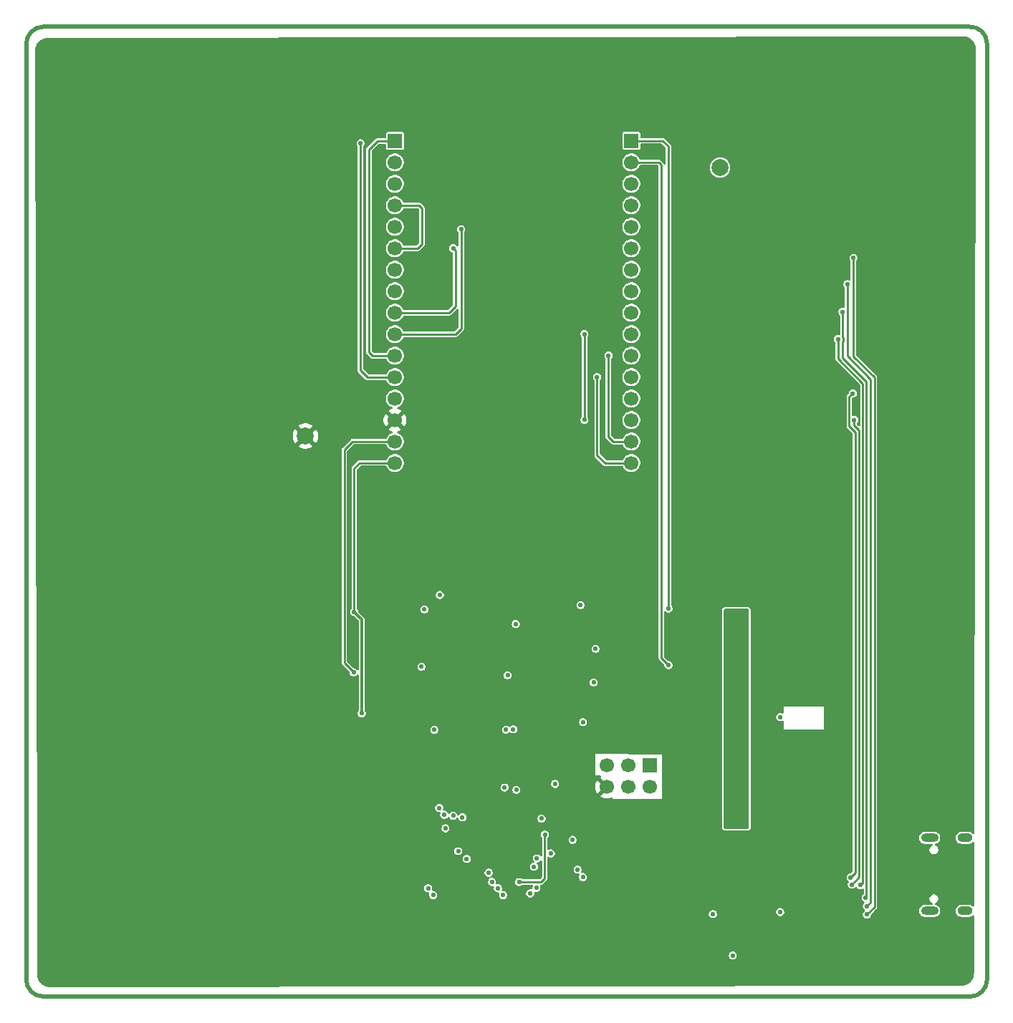
<source format=gbr>
%TF.GenerationSoftware,KiCad,Pcbnew,9.0.6*%
%TF.CreationDate,2026-01-20T12:02:49+00:00*%
%TF.ProjectId,OE PyBoard tester,4f452050-7942-46f6-9172-642074657374,rev?*%
%TF.SameCoordinates,Original*%
%TF.FileFunction,Copper,L4,Bot*%
%TF.FilePolarity,Positive*%
%FSLAX46Y46*%
G04 Gerber Fmt 4.6, Leading zero omitted, Abs format (unit mm)*
G04 Created by KiCad (PCBNEW 9.0.6) date 2026-01-20 12:02:49*
%MOMM*%
%LPD*%
G01*
G04 APERTURE LIST*
%TA.AperFunction,ComponentPad*%
%ADD10R,1.700000X1.700000*%
%TD*%
%TA.AperFunction,ComponentPad*%
%ADD11C,1.700000*%
%TD*%
%TA.AperFunction,ComponentPad*%
%ADD12C,2.000000*%
%TD*%
%TA.AperFunction,HeatsinkPad*%
%ADD13O,2.100000X1.000000*%
%TD*%
%TA.AperFunction,HeatsinkPad*%
%ADD14O,1.800000X1.000000*%
%TD*%
%TA.AperFunction,ViaPad*%
%ADD15C,0.550000*%
%TD*%
%TA.AperFunction,Conductor*%
%ADD16C,0.220000*%
%TD*%
%TA.AperFunction,Conductor*%
%ADD17C,0.300000*%
%TD*%
%TA.AperFunction,Conductor*%
%ADD18C,0.260000*%
%TD*%
%TA.AperFunction,Profile*%
%ADD19C,0.500000*%
%TD*%
G04 APERTURE END LIST*
D10*
%TO.P,J5,1,Pin_1*%
%TO.N,V+#1*%
X155314000Y-50194800D03*
D11*
%TO.P,J5,2,Pin_2*%
%TO.N,+3V3#1*%
X155314000Y-52734800D03*
%TO.P,J5,3,Pin_3*%
%TO.N,GND#1*%
X155314000Y-55274800D03*
%TO.P,J5,4,Pin_4*%
%TO.N,/~{RST}#1 actuador*%
X155314000Y-57814800D03*
%TO.P,J5,5,Pin_5*%
%TO.N,/module on test/PB1-Y12*%
X155314000Y-60354800D03*
%TO.P,J5,6,Pin_6*%
%TO.N,/module on test/PB0-Y11*%
X155314000Y-62894800D03*
%TO.P,J5,7,Pin_7*%
%TO.N,/module on test/PB11-Y10*%
X155314000Y-65434800D03*
%TO.P,J5,8,Pin_8*%
%TO.N,/module on test/PB10-Y9*%
X155314000Y-67974800D03*
%TO.P,J5,9,Pin_9*%
%TO.N,/module on test/PA3-X4*%
X155314000Y-70514800D03*
%TO.P,J5,10,Pin_10*%
%TO.N,/module on test/PA2-X3*%
X155314000Y-73054800D03*
%TO.P,J5,11,Pin_11*%
%TO.N,/module on test/PA1-X2*%
X155314000Y-75594800D03*
%TO.P,J5,12,Pin_12*%
%TO.N,/module on test/PA0-X1*%
X155314000Y-78134800D03*
%TO.P,J5,13,Pin_13*%
%TO.N,/module on test/PA3-X4*%
X155314000Y-80674800D03*
%TO.P,J5,14,Pin_14*%
%TO.N,/module on test/PA2-X3*%
X155314000Y-83214800D03*
%TO.P,J5,15,Pin_15*%
%TO.N,/module on test/PA1-X2*%
X155314000Y-85754800D03*
%TO.P,J5,16,Pin_16*%
%TO.N,/module on test/PA0-X1*%
X155314000Y-88294800D03*
%TD*%
D12*
%TO.P,TP27,1,1*%
%TO.N,GND*%
X116790681Y-85109856D03*
%TD*%
D10*
%TO.P,J2,1,Pin_1*%
%TO.N,/PDI_DATA*%
X157490000Y-124075000D03*
D11*
%TO.P,J2,2,Pin_2*%
%TO.N,+3V3*%
X157490000Y-126615000D03*
%TO.P,J2,3,Pin_3*%
%TO.N,unconnected-(J2-Pin_3-Pad3)*%
X154950000Y-124075000D03*
%TO.P,J2,4,Pin_4*%
%TO.N,unconnected-(J2-Pin_4-Pad4)*%
X154950000Y-126615000D03*
%TO.P,J2,5,Pin_5*%
%TO.N,/PDI_CLOCK*%
X152410000Y-124075000D03*
%TO.P,J2,6,Pin_6*%
%TO.N,GND*%
X152410000Y-126615000D03*
%TD*%
D13*
%TO.P,J1,S1,SHIELD*%
%TO.N,Net-(J1-SHIELD)*%
X190570000Y-141270000D03*
D14*
X194750000Y-141270000D03*
D13*
X190570000Y-132630000D03*
D14*
X194750000Y-132630000D03*
%TD*%
D12*
%TO.P,TP6,1,1*%
%TO.N,GND#1*%
X165814000Y-53368133D03*
%TD*%
D10*
%TO.P,J4,1,Pin_1*%
%TO.N,/module on test/PC4-X11*%
X127380000Y-50206800D03*
D11*
%TO.P,J4,2,Pin_2*%
%TO.N,/module on test/PC5-X12*%
X127380000Y-52746800D03*
%TO.P,J4,3,Pin_3*%
%TO.N,/module on test/PB12-Y5*%
X127380000Y-55286800D03*
%TO.P,J4,4,Pin_4*%
%TO.N,/module on test/PB13-Y6*%
X127380000Y-57826800D03*
%TO.P,J4,5,Pin_5*%
%TO.N,/module on test/PB12-Y5*%
X127380000Y-60366800D03*
%TO.P,J4,6,Pin_6*%
%TO.N,/module on test/PB13-Y6*%
X127380000Y-62906800D03*
%TO.P,J4,7,Pin_7*%
%TO.N,/module on test/PB10-Y9*%
X127380000Y-65446800D03*
%TO.P,J4,8,Pin_8*%
%TO.N,/module on test/PB11-Y10*%
X127380000Y-67986800D03*
%TO.P,J4,9,Pin_9*%
%TO.N,/module on test/PB0-Y11*%
X127380000Y-70526800D03*
%TO.P,J4,10,Pin_10*%
%TO.N,/module on test/PB1-Y12*%
X127380000Y-73066800D03*
%TO.P,J4,11,Pin_11*%
%TO.N,/module on test/PC4-X11*%
X127380000Y-75606800D03*
%TO.P,J4,12,Pin_12*%
%TO.N,/module on test/PC5-X12*%
X127380000Y-78146800D03*
%TO.P,J4,13,Pin_13*%
%TO.N,/~{RST}#2 feedback*%
X127380000Y-80686800D03*
%TO.P,J4,14,Pin_14*%
%TO.N,GND*%
X127380000Y-83226800D03*
%TO.P,J4,15,Pin_15*%
%TO.N,+3V3#2*%
X127380000Y-85766800D03*
%TO.P,J4,16,Pin_16*%
%TO.N,V+#2*%
X127380000Y-88306800D03*
%TD*%
D15*
%TO.N,+3V3#2*%
X122500000Y-113050000D03*
%TO.N,V+#2*%
X122550000Y-105900000D03*
X123450000Y-117900000D03*
X172900000Y-118350000D03*
%TO.N,V+#1*%
X159700000Y-105500000D03*
%TO.N,+3V3#1*%
X159700000Y-112200000D03*
%TO.N,/module on test/PB1-Y12*%
X135200000Y-60644800D03*
%TO.N,/module on test/PB0-Y11*%
X134250000Y-62894800D03*
%TO.N,/module on test/PB13-Y6*%
X135350000Y-130200000D03*
%TO.N,/module on test/PB10-Y9*%
X134250000Y-130000000D03*
%TO.N,/~{RST}#2 feedback*%
X132600000Y-129100000D03*
%TO.N,GND*%
X150650000Y-127350000D03*
X133050000Y-82600000D03*
X157750000Y-80700000D03*
X86925000Y-84325000D03*
X170950000Y-134200000D03*
X157950000Y-89750000D03*
X158150000Y-105800000D03*
X133300000Y-105050000D03*
X169750000Y-104850000D03*
X99275000Y-90525000D03*
X157150000Y-119300000D03*
X131200000Y-66900000D03*
X149850000Y-117350000D03*
X185100000Y-72050000D03*
X145200000Y-114500000D03*
X140200000Y-133600000D03*
X187767500Y-145800000D03*
X147800000Y-119350000D03*
X147362500Y-114561200D03*
X131950000Y-108300000D03*
X133363500Y-135500000D03*
X156100000Y-136825000D03*
X140200000Y-129850000D03*
X194275000Y-99100000D03*
X160750000Y-57550000D03*
X194300000Y-88200000D03*
X181200000Y-141450000D03*
X130400000Y-118950000D03*
X175450000Y-58700000D03*
X176800000Y-48150000D03*
X133025000Y-149425000D03*
X147500000Y-92350000D03*
X147650000Y-69100000D03*
X181625000Y-149475000D03*
X133950000Y-61700000D03*
X141175000Y-38900000D03*
X185250000Y-130750000D03*
X103325000Y-38950000D03*
X124900000Y-119750000D03*
X187900000Y-51250000D03*
X136800000Y-104550000D03*
X174100000Y-83750000D03*
X163875000Y-136850000D03*
X187667500Y-129900000D03*
X157900000Y-63700000D03*
X136850000Y-94150000D03*
X173950000Y-123350000D03*
X133050000Y-97650000D03*
X138350000Y-133600000D03*
X173100000Y-121550000D03*
X150850000Y-44650000D03*
X166500000Y-132450000D03*
X185450000Y-104450000D03*
X188000000Y-75200000D03*
X172450000Y-70750000D03*
X177500000Y-145350000D03*
X194725000Y-57900000D03*
X136500000Y-73450000D03*
X140750000Y-112350000D03*
X138350000Y-129850000D03*
X193875000Y-118300000D03*
X119650000Y-93700000D03*
X170700000Y-93350000D03*
X120000000Y-127350000D03*
X142100000Y-131750000D03*
X100850000Y-111500000D03*
X132000000Y-115000000D03*
X129750000Y-71700000D03*
X147750000Y-61800000D03*
X178800000Y-39075000D03*
X170700000Y-100000000D03*
X189050000Y-45050000D03*
X124750000Y-115006800D03*
X122700000Y-115150000D03*
X123600000Y-101850000D03*
X168350000Y-132150000D03*
X133000000Y-90750000D03*
X165150000Y-119300000D03*
X132850000Y-44350000D03*
X142800000Y-97950000D03*
X180800000Y-92550000D03*
X187925000Y-77700000D03*
X142100000Y-129850000D03*
X146950000Y-75750000D03*
X170850000Y-126050000D03*
X185000000Y-138155000D03*
X154800000Y-105700000D03*
X194600000Y-39250000D03*
X149900000Y-66550000D03*
X170300000Y-117200000D03*
X87050000Y-53675000D03*
X141400000Y-122300000D03*
X140200000Y-131750000D03*
X136800000Y-68800000D03*
X132000000Y-113056800D03*
X165100000Y-105400000D03*
X183550000Y-76050000D03*
X159712500Y-110311200D03*
X136500000Y-66800000D03*
X141750000Y-78600000D03*
X130550000Y-124800000D03*
X86625000Y-64700000D03*
X160700000Y-77550000D03*
X150100000Y-84700000D03*
X155750000Y-132100000D03*
X185250000Y-113500000D03*
X158000000Y-54300000D03*
X97400000Y-46350000D03*
X147650000Y-83650000D03*
X169850000Y-44550000D03*
X172900000Y-134150000D03*
X185350000Y-88600000D03*
X96350000Y-72250000D03*
X177150000Y-70650000D03*
X180500000Y-84800000D03*
X130450000Y-115050000D03*
X142100000Y-133600000D03*
X180000000Y-64450000D03*
X149700000Y-108350000D03*
X157700000Y-71950000D03*
X149150000Y-78150000D03*
X149200000Y-103250000D03*
X146600000Y-123000000D03*
X147312500Y-108511200D03*
X133300000Y-79550000D03*
X158100000Y-101600000D03*
X113900000Y-44250000D03*
X147650000Y-110750000D03*
X136550000Y-83550000D03*
X140200000Y-123300000D03*
X151950000Y-82200000D03*
X170582500Y-146550000D03*
X111500000Y-134400000D03*
X149700000Y-114350000D03*
X137800000Y-106975000D03*
X86825000Y-104700000D03*
X142200000Y-138950000D03*
X180825000Y-108575000D03*
X105600000Y-59900000D03*
X139500000Y-119100000D03*
X147700000Y-102450000D03*
X136750000Y-114806800D03*
X132100000Y-106325000D03*
X180800000Y-100550000D03*
X159712500Y-116161200D03*
X170850000Y-126850000D03*
X87625000Y-125200000D03*
X180700000Y-78350000D03*
X155562500Y-117561200D03*
X156100000Y-149250000D03*
X142300000Y-117350000D03*
X185350000Y-96800000D03*
X168350000Y-134450000D03*
X159600000Y-124600000D03*
X145500000Y-139050000D03*
X106250000Y-83450000D03*
X158300000Y-135700000D03*
X124750000Y-108400000D03*
X147450000Y-127600000D03*
X130450000Y-136300000D03*
X160600000Y-86250000D03*
X189850000Y-126300000D03*
X86175000Y-149400000D03*
X180875000Y-134725000D03*
X174550000Y-131600000D03*
X137300000Y-137600000D03*
X165500000Y-112550000D03*
X129600000Y-74050000D03*
X176750000Y-110450000D03*
X187717500Y-143900000D03*
X142050000Y-61850000D03*
X160250000Y-39175000D03*
X161000000Y-92050000D03*
X149250000Y-71400000D03*
X125300000Y-103800000D03*
X194175000Y-110000000D03*
X136400000Y-59900000D03*
X188250000Y-140150000D03*
X139700000Y-116150000D03*
X170150000Y-110100000D03*
X130200000Y-63600000D03*
X188300000Y-133250000D03*
X190350000Y-147100000D03*
X123900000Y-89300000D03*
X113550000Y-148750000D03*
X122300000Y-110700000D03*
X170700000Y-119500000D03*
X104450000Y-124300000D03*
X165550000Y-115900000D03*
X140900000Y-108800000D03*
X124300000Y-112950000D03*
X181075000Y-121200000D03*
X100750000Y-100075000D03*
X135700000Y-128250000D03*
X131800000Y-119000000D03*
X96425000Y-140225000D03*
X133600000Y-107200000D03*
X151350000Y-132200000D03*
X122590000Y-117200000D03*
X194375000Y-148850000D03*
X187975000Y-84900000D03*
X133750000Y-66750000D03*
X157312500Y-114261200D03*
X114000000Y-100900000D03*
X170300000Y-144900000D03*
X121800000Y-38700000D03*
X138350000Y-131750000D03*
X180900000Y-128225000D03*
X160750000Y-66850000D03*
X135150000Y-119300000D03*
X165450000Y-125800000D03*
X132850000Y-137400000D03*
X122510000Y-108450000D03*
X174920000Y-126950000D03*
X161400000Y-146350000D03*
X147750000Y-117400000D03*
X123900000Y-94700000D03*
X154850000Y-121900000D03*
X184650000Y-132850000D03*
X177580000Y-126950000D03*
X134950000Y-125950000D03*
X153500000Y-56700000D03*
X158850000Y-51750000D03*
X131850000Y-117600000D03*
X157312500Y-108311200D03*
X160850000Y-98650000D03*
X137200000Y-117600000D03*
X133350000Y-68950000D03*
X188000000Y-61750000D03*
X165400000Y-108750000D03*
X148450000Y-141850000D03*
X86694469Y-39664003D03*
X116200000Y-114850000D03*
X194600000Y-75800000D03*
X180600000Y-51100000D03*
X135050000Y-132400000D03*
X185450000Y-123950000D03*
X152150000Y-139150000D03*
X130400000Y-130950000D03*
X145100000Y-108450000D03*
X158000000Y-95400000D03*
X160850000Y-105850000D03*
X147700000Y-130450000D03*
X150350000Y-119800000D03*
%TO.N,/STATE_LED*%
X141730999Y-126941690D03*
X145800000Y-134465000D03*
%TO.N,/~{RST}#1 actuador*%
X148365000Y-132865000D03*
%TO.N,/V+#1_chck*%
X141650000Y-107343700D03*
X141350000Y-119800000D03*
%TO.N,/+3V3#1_chck*%
X140700000Y-113400000D03*
X140486622Y-119836063D03*
%TO.N,/V+#1_ok*%
X138450000Y-136750000D03*
X148950000Y-136400000D03*
X149300000Y-105100000D03*
%TO.N,/+3V3#1_ok*%
X138850000Y-137850000D03*
X149600000Y-118950000D03*
X149600000Y-137264000D03*
%TO.N,/V+#2_ok*%
X139550000Y-138600000D03*
X131300000Y-138600000D03*
X132675000Y-103900000D03*
%TO.N,/+3V3#2_ok*%
X132016000Y-119850000D03*
X131900000Y-139400000D03*
X140150000Y-139400000D03*
%TO.N,/module on test/PC5-X12*%
X123300000Y-50481467D03*
%TO.N,/module on test/PB11-Y10*%
X133200000Y-129900000D03*
%TO.N,/module on test/PA1-X2*%
X152614000Y-75594800D03*
%TO.N,/module on test/PA0-X1*%
X151264000Y-78144800D03*
%TO.N,/module on test/PA2-X3*%
X149764000Y-73044800D03*
X149764000Y-83194800D03*
%TO.N,+3V3*%
X144700000Y-130350000D03*
X146300000Y-126250000D03*
X150850000Y-114250000D03*
X167300000Y-146550000D03*
X166700000Y-117200000D03*
X133350000Y-131500000D03*
X166900000Y-125950000D03*
X142050000Y-137849000D03*
X145100000Y-132250000D03*
X167000000Y-111400000D03*
X130850000Y-105600000D03*
X168700000Y-108600000D03*
X166750000Y-120950000D03*
X166950000Y-106000000D03*
X168700000Y-130100000D03*
X168670000Y-127830000D03*
X168300000Y-119350000D03*
X151078367Y-110271633D03*
X166800000Y-130900000D03*
X130500000Y-112378000D03*
X167000000Y-128400000D03*
X168650000Y-122850000D03*
X140328500Y-126671500D03*
X168700000Y-114450000D03*
%TO.N,/FTDI_CTS*%
X164950000Y-141650000D03*
X172900000Y-141400000D03*
%TO.N,/RST#1_LED*%
X143359022Y-139200000D03*
X181550000Y-64050000D03*
X183150000Y-141700000D03*
%TO.N,/RST#2_LED*%
X144100000Y-138550000D03*
X183145384Y-140700000D03*
X180850000Y-67150000D03*
%TO.N,/SUPPLY_LED*%
X183000000Y-139700000D03*
X180265000Y-70427600D03*
X143800000Y-136050000D03*
%TO.N,/IOs_LED*%
X144150000Y-135050000D03*
X182370000Y-138220000D03*
X179725000Y-73650000D03*
%TO.N,/OK_LED*%
X181209384Y-137309384D03*
X181475000Y-80075000D03*
X134850000Y-134200000D03*
%TO.N,/NOK_LED*%
X135850000Y-135125000D03*
X181650000Y-83200000D03*
X181375000Y-138150000D03*
%TD*%
D16*
%TO.N,+3V3#2*%
X121400000Y-86700000D02*
X122333200Y-85766800D01*
X121400000Y-111950000D02*
X121400000Y-86700000D01*
X122500000Y-113050000D02*
X121400000Y-111950000D01*
X122333200Y-85766800D02*
X127380000Y-85766800D01*
%TO.N,V+#2*%
X122550000Y-88950000D02*
X123193200Y-88306800D01*
X122550000Y-105900000D02*
X122550000Y-88950000D01*
D17*
X123450000Y-117900000D02*
X123450000Y-106800000D01*
X123450000Y-106800000D02*
X122550000Y-105900000D01*
D16*
X123193200Y-88306800D02*
X127380000Y-88306800D01*
%TO.N,V+#1*%
X159700000Y-105500000D02*
X159700000Y-50850000D01*
X159700000Y-50850000D02*
X159044800Y-50194800D01*
X159044800Y-50194800D02*
X155314000Y-50194800D01*
%TO.N,+3V3#1*%
X158584800Y-52734800D02*
X155314000Y-52734800D01*
X158850000Y-111350000D02*
X158850000Y-53000000D01*
X158850000Y-53000000D02*
X158584800Y-52734800D01*
X159700000Y-112200000D02*
X158850000Y-111350000D01*
D18*
%TO.N,/module on test/PB1-Y12*%
X135200000Y-72394167D02*
X134527367Y-73066800D01*
X134527367Y-73066800D02*
X127380000Y-73066800D01*
X135200000Y-60644800D02*
X135200000Y-72394167D01*
%TO.N,/module on test/PB0-Y11*%
X134550000Y-69744167D02*
X133767367Y-70526800D01*
X134250000Y-62894800D02*
X134550000Y-63194800D01*
X133767367Y-70526800D02*
X127380000Y-70526800D01*
X134550000Y-63194800D02*
X134550000Y-69744167D01*
%TO.N,/module on test/PB13-Y6*%
X130052000Y-62906800D02*
X127380000Y-62906800D01*
X130196000Y-57826800D02*
X130564000Y-58194800D01*
X130564000Y-62394800D02*
X130052000Y-62906800D01*
X130564000Y-58194800D02*
X130564000Y-62394800D01*
X127380000Y-57826800D02*
X130196000Y-57826800D01*
%TO.N,/module on test/PC4-X11*%
X124300000Y-75200000D02*
X124300000Y-51225000D01*
X124706800Y-75606800D02*
X124300000Y-75200000D01*
X125318200Y-50206800D02*
X127380000Y-50206800D01*
X124300000Y-51225000D02*
X125318200Y-50206800D01*
X127380000Y-75606800D02*
X124706800Y-75606800D01*
%TO.N,/module on test/PC5-X12*%
X124096800Y-78146800D02*
X123300000Y-77350000D01*
X127380000Y-78146800D02*
X124096800Y-78146800D01*
X123300000Y-77350000D02*
X123300000Y-50481467D01*
%TO.N,/module on test/PA1-X2*%
X152614000Y-75594800D02*
X152614000Y-85194800D01*
X152614000Y-85194800D02*
X153174000Y-85754800D01*
X153174000Y-85754800D02*
X155314000Y-85754800D01*
%TO.N,/module on test/PA0-X1*%
X152200633Y-88294800D02*
X155314000Y-88294800D01*
X151264000Y-87358167D02*
X152200633Y-88294800D01*
X151264000Y-78144800D02*
X151264000Y-87358167D01*
%TO.N,/module on test/PA2-X3*%
X149764000Y-73044800D02*
X149764000Y-82394800D01*
X149764000Y-82394800D02*
X149764000Y-83194800D01*
D16*
%TO.N,+3V3*%
X145075000Y-137406500D02*
X144632500Y-137849000D01*
X144632500Y-137849000D02*
X142050000Y-137849000D01*
X145075000Y-132275000D02*
X145075000Y-137406500D01*
X145100000Y-132250000D02*
X145075000Y-132275000D01*
%TO.N,/RST#1_LED*%
X184050000Y-140800000D02*
X184050000Y-78200000D01*
X183150000Y-141700000D02*
X184050000Y-140800000D01*
X184050000Y-78200000D02*
X181550000Y-75700000D01*
X181550000Y-75700000D02*
X181550000Y-64050000D01*
%TO.N,/RST#2_LED*%
X183600000Y-78400000D02*
X183600000Y-140245384D01*
X183600000Y-140245384D02*
X183145384Y-140700000D01*
X180850000Y-75650000D02*
X183600000Y-78400000D01*
X180850000Y-67150000D02*
X180850000Y-75650000D01*
%TO.N,/SUPPLY_LED*%
X180265000Y-70465000D02*
X180300000Y-70500000D01*
X180311000Y-73892730D02*
X180300000Y-73903730D01*
X180300000Y-75850000D02*
X183100000Y-78650000D01*
X180300000Y-70500000D02*
X180300000Y-73396270D01*
X180311000Y-73407270D02*
X180311000Y-73892730D01*
X183100000Y-139600000D02*
X183000000Y-139700000D01*
X180265000Y-70427600D02*
X180265000Y-70465000D01*
X180300000Y-73903730D02*
X180300000Y-75850000D01*
X183100000Y-78650000D02*
X183100000Y-139600000D01*
X180300000Y-73396270D02*
X180311000Y-73407270D01*
%TO.N,/IOs_LED*%
X182430000Y-138220000D02*
X182370000Y-138220000D01*
X182679000Y-137971000D02*
X182430000Y-138220000D01*
X179725000Y-75975000D02*
X182679000Y-78929000D01*
X179725000Y-73650000D02*
X179725000Y-75975000D01*
X182679000Y-78929000D02*
X182679000Y-137971000D01*
%TO.N,/OK_LED*%
X181209384Y-137309384D02*
X181804000Y-136714767D01*
X181804000Y-84650000D02*
X181064000Y-83910000D01*
X181804000Y-136714767D02*
X181804000Y-84650000D01*
X181064000Y-83910000D02*
X181064000Y-80486000D01*
X181064000Y-80486000D02*
X181475000Y-80075000D01*
%TO.N,/NOK_LED*%
X181375000Y-138150000D02*
X182225000Y-137300000D01*
X181650000Y-83825000D02*
X181650000Y-83200000D01*
X182225000Y-137300000D02*
X182225000Y-84400000D01*
X182225000Y-84400000D02*
X181650000Y-83825000D01*
%TD*%
%TA.AperFunction,Conductor*%
%TO.N,+3V3*%
G36*
X169143039Y-105569685D02*
G01*
X169188794Y-105622489D01*
X169200000Y-105674000D01*
X169200000Y-131426000D01*
X169180315Y-131493039D01*
X169127511Y-131538794D01*
X169076000Y-131550000D01*
X166374000Y-131550000D01*
X166306961Y-131530315D01*
X166261206Y-131477511D01*
X166250000Y-131426000D01*
X166250000Y-105674000D01*
X166269685Y-105606961D01*
X166322489Y-105561206D01*
X166374000Y-105550000D01*
X169076000Y-105550000D01*
X169143039Y-105569685D01*
G37*
%TD.AperFunction*%
%TD*%
%TA.AperFunction,Conductor*%
%TO.N,GND*%
G36*
X194524143Y-37828083D02*
G01*
X194744783Y-37845090D01*
X194764050Y-37848113D01*
X194974515Y-37898369D01*
X194993068Y-37904376D01*
X195105429Y-37950806D01*
X195193051Y-37987013D01*
X195210428Y-37995852D01*
X195254272Y-38022691D01*
X195394986Y-38108830D01*
X195410769Y-38120291D01*
X195575312Y-38260799D01*
X195589103Y-38274592D01*
X195615461Y-38305472D01*
X195729585Y-38439172D01*
X195741042Y-38454958D01*
X195853977Y-38639531D01*
X195862817Y-38656916D01*
X195945414Y-38856917D01*
X195951416Y-38875470D01*
X196001627Y-39085945D01*
X196004647Y-39105214D01*
X196021608Y-39325835D01*
X196021973Y-39335588D01*
X195836261Y-132026490D01*
X195816442Y-132093490D01*
X195763546Y-132139139D01*
X195694368Y-132148944D01*
X195630871Y-132119792D01*
X195624580Y-132113923D01*
X195596545Y-132085888D01*
X195596541Y-132085885D01*
X195481817Y-132009228D01*
X195481804Y-132009221D01*
X195354332Y-131956421D01*
X195354322Y-131956418D01*
X195218995Y-131929500D01*
X195218993Y-131929500D01*
X194281007Y-131929500D01*
X194281005Y-131929500D01*
X194145677Y-131956418D01*
X194145667Y-131956421D01*
X194018195Y-132009221D01*
X194018182Y-132009228D01*
X193903458Y-132085885D01*
X193903454Y-132085888D01*
X193805888Y-132183454D01*
X193805885Y-132183458D01*
X193729228Y-132298182D01*
X193729221Y-132298195D01*
X193676421Y-132425667D01*
X193676418Y-132425677D01*
X193649500Y-132561004D01*
X193649500Y-132561007D01*
X193649500Y-132698993D01*
X193649500Y-132698995D01*
X193649499Y-132698995D01*
X193676418Y-132834322D01*
X193676421Y-132834332D01*
X193729221Y-132961804D01*
X193729228Y-132961817D01*
X193805885Y-133076541D01*
X193805888Y-133076545D01*
X193903454Y-133174111D01*
X193903458Y-133174114D01*
X194018182Y-133250771D01*
X194018195Y-133250778D01*
X194145667Y-133303578D01*
X194145672Y-133303580D01*
X194145676Y-133303580D01*
X194145677Y-133303581D01*
X194281004Y-133330500D01*
X194281007Y-133330500D01*
X195218995Y-133330500D01*
X195310041Y-133312389D01*
X195354328Y-133303580D01*
X195481811Y-133250775D01*
X195596542Y-133174114D01*
X195622155Y-133148500D01*
X195683476Y-133115016D01*
X195753168Y-133120000D01*
X195809102Y-133161870D01*
X195833520Y-133227334D01*
X195833836Y-133236430D01*
X195818985Y-140649214D01*
X195799166Y-140716214D01*
X195746270Y-140761863D01*
X195677092Y-140771668D01*
X195613595Y-140742516D01*
X195607304Y-140736647D01*
X195596545Y-140725888D01*
X195596541Y-140725885D01*
X195481817Y-140649228D01*
X195481804Y-140649221D01*
X195354332Y-140596421D01*
X195354322Y-140596418D01*
X195218995Y-140569500D01*
X195218993Y-140569500D01*
X194281007Y-140569500D01*
X194281005Y-140569500D01*
X194145677Y-140596418D01*
X194145667Y-140596421D01*
X194018195Y-140649221D01*
X194018182Y-140649228D01*
X193903458Y-140725885D01*
X193903454Y-140725888D01*
X193805888Y-140823454D01*
X193805885Y-140823458D01*
X193729228Y-140938182D01*
X193729221Y-140938195D01*
X193676421Y-141065667D01*
X193676418Y-141065677D01*
X193649500Y-141201004D01*
X193649500Y-141201007D01*
X193649500Y-141338993D01*
X193649500Y-141338995D01*
X193649499Y-141338995D01*
X193676418Y-141474322D01*
X193676421Y-141474332D01*
X193729221Y-141601804D01*
X193729228Y-141601817D01*
X193805885Y-141716541D01*
X193805888Y-141716545D01*
X193903454Y-141814111D01*
X193903458Y-141814114D01*
X194018182Y-141890771D01*
X194018195Y-141890778D01*
X194141773Y-141941965D01*
X194145672Y-141943580D01*
X194145676Y-141943580D01*
X194145677Y-141943581D01*
X194281004Y-141970500D01*
X194281007Y-141970500D01*
X195218995Y-141970500D01*
X195310041Y-141952389D01*
X195354328Y-141943580D01*
X195452924Y-141902740D01*
X195481804Y-141890778D01*
X195481804Y-141890777D01*
X195481811Y-141890775D01*
X195596542Y-141814114D01*
X195604808Y-141805847D01*
X195666128Y-141772362D01*
X195735820Y-141777344D01*
X195791755Y-141819213D01*
X195816175Y-141884676D01*
X195816491Y-141893775D01*
X195803003Y-148625849D01*
X195802603Y-148635554D01*
X195784928Y-148855056D01*
X195781860Y-148874223D01*
X195731291Y-149083535D01*
X195725270Y-149101988D01*
X195642654Y-149300848D01*
X195633827Y-149318135D01*
X195521193Y-149501662D01*
X195509776Y-149517361D01*
X195369876Y-149681067D01*
X195356150Y-149694790D01*
X195192417Y-149834657D01*
X195176721Y-149846068D01*
X194993166Y-149958669D01*
X194975877Y-149967493D01*
X194777001Y-150050069D01*
X194758548Y-150056086D01*
X194549226Y-150106614D01*
X194530057Y-150109678D01*
X194310552Y-150127310D01*
X194300848Y-150127708D01*
X86628896Y-150322282D01*
X86619170Y-150321917D01*
X86399176Y-150305010D01*
X86379960Y-150302004D01*
X86170049Y-150252031D01*
X86151540Y-150246056D01*
X85952033Y-150163877D01*
X85934685Y-150155082D01*
X85750480Y-150042715D01*
X85734721Y-150031315D01*
X85570353Y-149891526D01*
X85556571Y-149877802D01*
X85416087Y-149714034D01*
X85404620Y-149698324D01*
X85402444Y-149694791D01*
X85291465Y-149514590D01*
X85282604Y-149497296D01*
X85199572Y-149298130D01*
X85193519Y-149279646D01*
X85142656Y-149069960D01*
X85139567Y-149050757D01*
X85121723Y-148830824D01*
X85121317Y-148821100D01*
X85116687Y-146930493D01*
X85115602Y-146487399D01*
X166824500Y-146487399D01*
X166824500Y-146612601D01*
X166856905Y-146733536D01*
X166919505Y-146841964D01*
X167008036Y-146930495D01*
X167116464Y-146993095D01*
X167237399Y-147025500D01*
X167237401Y-147025500D01*
X167362599Y-147025500D01*
X167362601Y-147025500D01*
X167483536Y-146993095D01*
X167591964Y-146930495D01*
X167680495Y-146841964D01*
X167743095Y-146733536D01*
X167775500Y-146612601D01*
X167775500Y-146487399D01*
X167743095Y-146366464D01*
X167680495Y-146258036D01*
X167591964Y-146169505D01*
X167483536Y-146106905D01*
X167483537Y-146106905D01*
X167443224Y-146096103D01*
X167362601Y-146074500D01*
X167237399Y-146074500D01*
X167156775Y-146096103D01*
X167116463Y-146106905D01*
X167008037Y-146169504D01*
X167008034Y-146169506D01*
X166919506Y-146258034D01*
X166919504Y-146258037D01*
X166856905Y-146366463D01*
X166856905Y-146366464D01*
X166824500Y-146487399D01*
X85115602Y-146487399D01*
X85103603Y-141587399D01*
X164474500Y-141587399D01*
X164474500Y-141712601D01*
X164506905Y-141833536D01*
X164569505Y-141941964D01*
X164658036Y-142030495D01*
X164766464Y-142093095D01*
X164887399Y-142125500D01*
X164887401Y-142125500D01*
X165012599Y-142125500D01*
X165012601Y-142125500D01*
X165133536Y-142093095D01*
X165241964Y-142030495D01*
X165330495Y-141941964D01*
X165393095Y-141833536D01*
X165425500Y-141712601D01*
X165425500Y-141587399D01*
X165393095Y-141466464D01*
X165330495Y-141358036D01*
X165309858Y-141337399D01*
X172424500Y-141337399D01*
X172424500Y-141462601D01*
X172456905Y-141583536D01*
X172519505Y-141691964D01*
X172608036Y-141780495D01*
X172716464Y-141843095D01*
X172837399Y-141875500D01*
X172837401Y-141875500D01*
X172962599Y-141875500D01*
X172962601Y-141875500D01*
X173083536Y-141843095D01*
X173191964Y-141780495D01*
X173280495Y-141691964D01*
X173343095Y-141583536D01*
X173375500Y-141462601D01*
X173375500Y-141337399D01*
X173343095Y-141216464D01*
X173280495Y-141108036D01*
X173191964Y-141019505D01*
X173083536Y-140956905D01*
X173083537Y-140956905D01*
X173043224Y-140946103D01*
X172962601Y-140924500D01*
X172837399Y-140924500D01*
X172756775Y-140946103D01*
X172716463Y-140956905D01*
X172608037Y-141019504D01*
X172608034Y-141019506D01*
X172519506Y-141108034D01*
X172519504Y-141108037D01*
X172456905Y-141216463D01*
X172446069Y-141256905D01*
X172424500Y-141337399D01*
X165309858Y-141337399D01*
X165241964Y-141269505D01*
X165133536Y-141206905D01*
X165133537Y-141206905D01*
X165093224Y-141196103D01*
X165012601Y-141174500D01*
X164887399Y-141174500D01*
X164806775Y-141196103D01*
X164766463Y-141206905D01*
X164658037Y-141269504D01*
X164658034Y-141269506D01*
X164569506Y-141358034D01*
X164569504Y-141358037D01*
X164506905Y-141466463D01*
X164506905Y-141466464D01*
X164474500Y-141587399D01*
X85103603Y-141587399D01*
X85096134Y-138537399D01*
X130824500Y-138537399D01*
X130824500Y-138662601D01*
X130856905Y-138783536D01*
X130919505Y-138891964D01*
X131008036Y-138980495D01*
X131116464Y-139043095D01*
X131237399Y-139075500D01*
X131237401Y-139075500D01*
X131333076Y-139075500D01*
X131400115Y-139095185D01*
X131445870Y-139147989D01*
X131455814Y-139217147D01*
X131452851Y-139231591D01*
X131424500Y-139337399D01*
X131424500Y-139462601D01*
X131456905Y-139583536D01*
X131519505Y-139691964D01*
X131608036Y-139780495D01*
X131716464Y-139843095D01*
X131837399Y-139875500D01*
X131837401Y-139875500D01*
X131962599Y-139875500D01*
X131962601Y-139875500D01*
X132083536Y-139843095D01*
X132191964Y-139780495D01*
X132280495Y-139691964D01*
X132343095Y-139583536D01*
X132375500Y-139462601D01*
X132375500Y-139337399D01*
X132343095Y-139216464D01*
X132280495Y-139108036D01*
X132191964Y-139019505D01*
X132083536Y-138956905D01*
X132083537Y-138956905D01*
X132043224Y-138946103D01*
X131962601Y-138924500D01*
X131866924Y-138924500D01*
X131799885Y-138904815D01*
X131754130Y-138852011D01*
X131744186Y-138782853D01*
X131747149Y-138768406D01*
X131750231Y-138756905D01*
X131775500Y-138662601D01*
X131775500Y-138537399D01*
X131743095Y-138416464D01*
X131680495Y-138308036D01*
X131591964Y-138219505D01*
X131483536Y-138156905D01*
X131483537Y-138156905D01*
X131424044Y-138140964D01*
X131362601Y-138124500D01*
X131237399Y-138124500D01*
X131175956Y-138140964D01*
X131116463Y-138156905D01*
X131008037Y-138219504D01*
X131008034Y-138219506D01*
X130919506Y-138308034D01*
X130919504Y-138308037D01*
X130856905Y-138416463D01*
X130842606Y-138469829D01*
X130824500Y-138537399D01*
X85096134Y-138537399D01*
X85091604Y-136687399D01*
X137974500Y-136687399D01*
X137974500Y-136812601D01*
X138006905Y-136933536D01*
X138069505Y-137041964D01*
X138158036Y-137130495D01*
X138266464Y-137193095D01*
X138387399Y-137225500D01*
X138387401Y-137225500D01*
X138517891Y-137225500D01*
X138584930Y-137245185D01*
X138630685Y-137297989D01*
X138640629Y-137367147D01*
X138611604Y-137430703D01*
X138579890Y-137456888D01*
X138558036Y-137469504D01*
X138469506Y-137558034D01*
X138469504Y-137558037D01*
X138406905Y-137666463D01*
X138406905Y-137666464D01*
X138374500Y-137787399D01*
X138374500Y-137912601D01*
X138406905Y-138033536D01*
X138469505Y-138141964D01*
X138558036Y-138230495D01*
X138666464Y-138293095D01*
X138787399Y-138325500D01*
X138787401Y-138325500D01*
X138912600Y-138325500D01*
X138912601Y-138325500D01*
X138940736Y-138317961D01*
X139010586Y-138319622D01*
X139068449Y-138358784D01*
X139095954Y-138423012D01*
X139092606Y-138469827D01*
X139074500Y-138537399D01*
X139074500Y-138662601D01*
X139106905Y-138783536D01*
X139169505Y-138891964D01*
X139258036Y-138980495D01*
X139366464Y-139043095D01*
X139487399Y-139075500D01*
X139487401Y-139075500D01*
X139583076Y-139075500D01*
X139650115Y-139095185D01*
X139695870Y-139147989D01*
X139705814Y-139217147D01*
X139702851Y-139231591D01*
X139674500Y-139337399D01*
X139674500Y-139462601D01*
X139706905Y-139583536D01*
X139769505Y-139691964D01*
X139858036Y-139780495D01*
X139966464Y-139843095D01*
X140087399Y-139875500D01*
X140087401Y-139875500D01*
X140212599Y-139875500D01*
X140212601Y-139875500D01*
X140333536Y-139843095D01*
X140441964Y-139780495D01*
X140530495Y-139691964D01*
X140593095Y-139583536D01*
X140625500Y-139462601D01*
X140625500Y-139337399D01*
X140593095Y-139216464D01*
X140530495Y-139108036D01*
X140441964Y-139019505D01*
X140333536Y-138956905D01*
X140333537Y-138956905D01*
X140293224Y-138946103D01*
X140212601Y-138924500D01*
X140116924Y-138924500D01*
X140049885Y-138904815D01*
X140004130Y-138852011D01*
X139994186Y-138782853D01*
X139997149Y-138768406D01*
X140000231Y-138756905D01*
X140025500Y-138662601D01*
X140025500Y-138537399D01*
X139993095Y-138416464D01*
X139930495Y-138308036D01*
X139841964Y-138219505D01*
X139733536Y-138156905D01*
X139733537Y-138156905D01*
X139674044Y-138140964D01*
X139612601Y-138124500D01*
X139487399Y-138124500D01*
X139487393Y-138124500D01*
X139459259Y-138132039D01*
X139389410Y-138130375D01*
X139331548Y-138091212D01*
X139304045Y-138026983D01*
X139303722Y-138000552D01*
X139304702Y-137990216D01*
X139325500Y-137912601D01*
X139325500Y-137787399D01*
X139325232Y-137786399D01*
X141574500Y-137786399D01*
X141574500Y-137911601D01*
X141606905Y-138032536D01*
X141669505Y-138140964D01*
X141758036Y-138229495D01*
X141866464Y-138292095D01*
X141987399Y-138324500D01*
X141987401Y-138324500D01*
X142112599Y-138324500D01*
X142112601Y-138324500D01*
X142233536Y-138292095D01*
X142341964Y-138229495D01*
X142375640Y-138195819D01*
X142436963Y-138162334D01*
X142463321Y-138159500D01*
X143561621Y-138159500D01*
X143628660Y-138179185D01*
X143674415Y-138231989D01*
X143684359Y-138301147D01*
X143669009Y-138345498D01*
X143656907Y-138366459D01*
X143656905Y-138366462D01*
X143624500Y-138487400D01*
X143624500Y-138617261D01*
X143604815Y-138684300D01*
X143552011Y-138730055D01*
X143482853Y-138739999D01*
X143468411Y-138737037D01*
X143421623Y-138724500D01*
X143296421Y-138724500D01*
X143215797Y-138746103D01*
X143175485Y-138756905D01*
X143067059Y-138819504D01*
X143067056Y-138819506D01*
X142978528Y-138908034D01*
X142978526Y-138908037D01*
X142915927Y-139016463D01*
X142913506Y-139025499D01*
X142883522Y-139137399D01*
X142883522Y-139262601D01*
X142915927Y-139383536D01*
X142978527Y-139491964D01*
X143067058Y-139580495D01*
X143175486Y-139643095D01*
X143296421Y-139675500D01*
X143296423Y-139675500D01*
X143421621Y-139675500D01*
X143421623Y-139675500D01*
X143542558Y-139643095D01*
X143650986Y-139580495D01*
X143739517Y-139491964D01*
X143802117Y-139383536D01*
X143834522Y-139262601D01*
X143834522Y-139137399D01*
X143834522Y-139132738D01*
X143854207Y-139065699D01*
X143907011Y-139019944D01*
X143976169Y-139010000D01*
X143990604Y-139012961D01*
X144037399Y-139025500D01*
X144037400Y-139025500D01*
X144162599Y-139025500D01*
X144162601Y-139025500D01*
X144283536Y-138993095D01*
X144391964Y-138930495D01*
X144480495Y-138841964D01*
X144543095Y-138733536D01*
X144575500Y-138612601D01*
X144575500Y-138487399D01*
X144543095Y-138366464D01*
X144538661Y-138358784D01*
X144530991Y-138345498D01*
X144514520Y-138277598D01*
X144537373Y-138211571D01*
X144592295Y-138168382D01*
X144638379Y-138159500D01*
X144673376Y-138159500D01*
X144673379Y-138159500D01*
X144752349Y-138138340D01*
X144823152Y-138097462D01*
X145323462Y-137597151D01*
X145364340Y-137526349D01*
X145385500Y-137447378D01*
X145385500Y-137365621D01*
X145385500Y-136337399D01*
X148474500Y-136337399D01*
X148474500Y-136462601D01*
X148506905Y-136583536D01*
X148569505Y-136691964D01*
X148658036Y-136780495D01*
X148766464Y-136843095D01*
X148887399Y-136875500D01*
X148887401Y-136875500D01*
X149012598Y-136875500D01*
X149012601Y-136875500D01*
X149034145Y-136869727D01*
X149103990Y-136871388D01*
X149161854Y-136910548D01*
X149189361Y-136974775D01*
X149177777Y-137043678D01*
X149173627Y-137051497D01*
X149156908Y-137080457D01*
X149156905Y-137080462D01*
X149143499Y-137130495D01*
X149124500Y-137201399D01*
X149124500Y-137326601D01*
X149156905Y-137447536D01*
X149219505Y-137555964D01*
X149308036Y-137644495D01*
X149416464Y-137707095D01*
X149537399Y-137739500D01*
X149537401Y-137739500D01*
X149662599Y-137739500D01*
X149662601Y-137739500D01*
X149783536Y-137707095D01*
X149891964Y-137644495D01*
X149980495Y-137555964D01*
X150043095Y-137447536D01*
X150075500Y-137326601D01*
X150075500Y-137201399D01*
X150043095Y-137080464D01*
X149980495Y-136972036D01*
X149891964Y-136883505D01*
X149783536Y-136820905D01*
X149783537Y-136820905D01*
X149743224Y-136810103D01*
X149662601Y-136788500D01*
X149537399Y-136788500D01*
X149537398Y-136788500D01*
X149515854Y-136794273D01*
X149446004Y-136792610D01*
X149388142Y-136753447D01*
X149360638Y-136689219D01*
X149372225Y-136620317D01*
X149376374Y-136612498D01*
X149384032Y-136599233D01*
X149393095Y-136583536D01*
X149425500Y-136462601D01*
X149425500Y-136337399D01*
X149393095Y-136216464D01*
X149330495Y-136108036D01*
X149241964Y-136019505D01*
X149133536Y-135956905D01*
X149133537Y-135956905D01*
X149093224Y-135946103D01*
X149012601Y-135924500D01*
X148887399Y-135924500D01*
X148806775Y-135946103D01*
X148766463Y-135956905D01*
X148658037Y-136019504D01*
X148658034Y-136019506D01*
X148569506Y-136108034D01*
X148569504Y-136108037D01*
X148506905Y-136216463D01*
X148506905Y-136216464D01*
X148474500Y-136337399D01*
X145385500Y-136337399D01*
X145385500Y-134989522D01*
X145405185Y-134922483D01*
X145457989Y-134876728D01*
X145527147Y-134866784D01*
X145571498Y-134882134D01*
X145616464Y-134908095D01*
X145737399Y-134940500D01*
X145737401Y-134940500D01*
X145862599Y-134940500D01*
X145862601Y-134940500D01*
X145983536Y-134908095D01*
X146091964Y-134845495D01*
X146180495Y-134756964D01*
X146243095Y-134648536D01*
X146275500Y-134527601D01*
X146275500Y-134402399D01*
X146243095Y-134281464D01*
X146180495Y-134173036D01*
X146091964Y-134084505D01*
X145983536Y-134021905D01*
X145983537Y-134021905D01*
X145943224Y-134011103D01*
X145862601Y-133989500D01*
X145737399Y-133989500D01*
X145656775Y-134011103D01*
X145616463Y-134021905D01*
X145571499Y-134047865D01*
X145503598Y-134064336D01*
X145437572Y-134041483D01*
X145394382Y-133986562D01*
X145385500Y-133940477D01*
X145385500Y-132802399D01*
X147889500Y-132802399D01*
X147889500Y-132927601D01*
X147921905Y-133048536D01*
X147984505Y-133156964D01*
X148073036Y-133245495D01*
X148181464Y-133308095D01*
X148302399Y-133340500D01*
X148302401Y-133340500D01*
X148427599Y-133340500D01*
X148427601Y-133340500D01*
X148548536Y-133308095D01*
X148656964Y-133245495D01*
X148745495Y-133156964D01*
X148808095Y-133048536D01*
X148840500Y-132927601D01*
X148840500Y-132802399D01*
X148808095Y-132681464D01*
X148745495Y-132573036D01*
X148656964Y-132484505D01*
X148548536Y-132421905D01*
X148548537Y-132421905D01*
X148508224Y-132411103D01*
X148427601Y-132389500D01*
X148302399Y-132389500D01*
X148221775Y-132411103D01*
X148181463Y-132421905D01*
X148073037Y-132484504D01*
X148073034Y-132484506D01*
X147984506Y-132573034D01*
X147984504Y-132573037D01*
X147921905Y-132681463D01*
X147905702Y-132741931D01*
X147889500Y-132802399D01*
X145385500Y-132802399D01*
X145385500Y-132688321D01*
X145405185Y-132621282D01*
X145421819Y-132600640D01*
X145449425Y-132573034D01*
X145480495Y-132541964D01*
X145543095Y-132433536D01*
X145575500Y-132312601D01*
X145575500Y-132187399D01*
X145543095Y-132066464D01*
X145480495Y-131958036D01*
X145391964Y-131869505D01*
X145283536Y-131806905D01*
X145283537Y-131806905D01*
X145227769Y-131791962D01*
X145162601Y-131774500D01*
X145037399Y-131774500D01*
X144972231Y-131791962D01*
X144916463Y-131806905D01*
X144808037Y-131869504D01*
X144808034Y-131869506D01*
X144719506Y-131958034D01*
X144719504Y-131958037D01*
X144656905Y-132066463D01*
X144656905Y-132066464D01*
X144624500Y-132187399D01*
X144624500Y-132312601D01*
X144654798Y-132425672D01*
X144656905Y-132433536D01*
X144719504Y-132541962D01*
X144719506Y-132541965D01*
X144728181Y-132550640D01*
X144761666Y-132611963D01*
X144764500Y-132638321D01*
X144764500Y-134700570D01*
X144744815Y-134767609D01*
X144692011Y-134813364D01*
X144622853Y-134823308D01*
X144559297Y-134794283D01*
X144533112Y-134762569D01*
X144530495Y-134758036D01*
X144441964Y-134669505D01*
X144333536Y-134606905D01*
X144333537Y-134606905D01*
X144293224Y-134596103D01*
X144212601Y-134574500D01*
X144087399Y-134574500D01*
X144006775Y-134596103D01*
X143966463Y-134606905D01*
X143858037Y-134669504D01*
X143858034Y-134669506D01*
X143769506Y-134758034D01*
X143769504Y-134758037D01*
X143706905Y-134866463D01*
X143702706Y-134882135D01*
X143674500Y-134987399D01*
X143674500Y-135112601D01*
X143706905Y-135233536D01*
X143769504Y-135341963D01*
X143769506Y-135341965D01*
X143794247Y-135366706D01*
X143827732Y-135428029D01*
X143822748Y-135497721D01*
X143780876Y-135553654D01*
X143738661Y-135574162D01*
X143737400Y-135574500D01*
X143737399Y-135574500D01*
X143616464Y-135606905D01*
X143616462Y-135606905D01*
X143616462Y-135606906D01*
X143508037Y-135669504D01*
X143508034Y-135669506D01*
X143419506Y-135758034D01*
X143419504Y-135758037D01*
X143356905Y-135866463D01*
X143356905Y-135866464D01*
X143324500Y-135987399D01*
X143324500Y-136112601D01*
X143356905Y-136233536D01*
X143419505Y-136341964D01*
X143508036Y-136430495D01*
X143616464Y-136493095D01*
X143737399Y-136525500D01*
X143737401Y-136525500D01*
X143862599Y-136525500D01*
X143862601Y-136525500D01*
X143983536Y-136493095D01*
X144091964Y-136430495D01*
X144180495Y-136341964D01*
X144243095Y-136233536D01*
X144275500Y-136112601D01*
X144275500Y-135987399D01*
X144243095Y-135866464D01*
X144180495Y-135758036D01*
X144155752Y-135733293D01*
X144122267Y-135671970D01*
X144127251Y-135602278D01*
X144169123Y-135546345D01*
X144211339Y-135525837D01*
X144212597Y-135525500D01*
X144212601Y-135525500D01*
X144333536Y-135493095D01*
X144441964Y-135430495D01*
X144530495Y-135341964D01*
X144533110Y-135337433D01*
X144583675Y-135289216D01*
X144652282Y-135275990D01*
X144717147Y-135301955D01*
X144757678Y-135358867D01*
X144764500Y-135399429D01*
X144764500Y-137226524D01*
X144744815Y-137293563D01*
X144728181Y-137314205D01*
X144540205Y-137502181D01*
X144478882Y-137535666D01*
X144452524Y-137538500D01*
X142463321Y-137538500D01*
X142396282Y-137518815D01*
X142375640Y-137502181D01*
X142341965Y-137468506D01*
X142341964Y-137468505D01*
X142233536Y-137405905D01*
X142233537Y-137405905D01*
X142193224Y-137395103D01*
X142112601Y-137373500D01*
X141987399Y-137373500D01*
X141906775Y-137395103D01*
X141866463Y-137405905D01*
X141758037Y-137468504D01*
X141758034Y-137468506D01*
X141669506Y-137557034D01*
X141669504Y-137557037D01*
X141606905Y-137665463D01*
X141595750Y-137707094D01*
X141574500Y-137786399D01*
X139325232Y-137786399D01*
X139293095Y-137666464D01*
X139230495Y-137558036D01*
X139141964Y-137469505D01*
X139033536Y-137406905D01*
X139033537Y-137406905D01*
X138993224Y-137396103D01*
X138912601Y-137374500D01*
X138787399Y-137374500D01*
X138782109Y-137374500D01*
X138715070Y-137354815D01*
X138669315Y-137302011D01*
X138659371Y-137232853D01*
X138688396Y-137169297D01*
X138720110Y-137143112D01*
X138741964Y-137130495D01*
X138830495Y-137041964D01*
X138893095Y-136933536D01*
X138925500Y-136812601D01*
X138925500Y-136687399D01*
X138893095Y-136566464D01*
X138830495Y-136458036D01*
X138741964Y-136369505D01*
X138633536Y-136306905D01*
X138633537Y-136306905D01*
X138593224Y-136296103D01*
X138512601Y-136274500D01*
X138387399Y-136274500D01*
X138306775Y-136296103D01*
X138266463Y-136306905D01*
X138158037Y-136369504D01*
X138158034Y-136369506D01*
X138069506Y-136458034D01*
X138069504Y-136458037D01*
X138006905Y-136566463D01*
X137994570Y-136612498D01*
X137974500Y-136687399D01*
X85091604Y-136687399D01*
X85087625Y-135062399D01*
X135374500Y-135062399D01*
X135374500Y-135187601D01*
X135406905Y-135308536D01*
X135469505Y-135416964D01*
X135558036Y-135505495D01*
X135666464Y-135568095D01*
X135787399Y-135600500D01*
X135787401Y-135600500D01*
X135912599Y-135600500D01*
X135912601Y-135600500D01*
X136033536Y-135568095D01*
X136141964Y-135505495D01*
X136230495Y-135416964D01*
X136293095Y-135308536D01*
X136325500Y-135187601D01*
X136325500Y-135062399D01*
X136293095Y-134941464D01*
X136230495Y-134833036D01*
X136141964Y-134744505D01*
X136033536Y-134681905D01*
X136033537Y-134681905D01*
X135987259Y-134669505D01*
X135912601Y-134649500D01*
X135787399Y-134649500D01*
X135712741Y-134669505D01*
X135666463Y-134681905D01*
X135558037Y-134744504D01*
X135558034Y-134744506D01*
X135469506Y-134833034D01*
X135469504Y-134833037D01*
X135406905Y-134941463D01*
X135394596Y-134987400D01*
X135374500Y-135062399D01*
X85087625Y-135062399D01*
X85085360Y-134137399D01*
X134374500Y-134137399D01*
X134374500Y-134262601D01*
X134406905Y-134383536D01*
X134469505Y-134491964D01*
X134558036Y-134580495D01*
X134666464Y-134643095D01*
X134787399Y-134675500D01*
X134787401Y-134675500D01*
X134912599Y-134675500D01*
X134912601Y-134675500D01*
X135033536Y-134643095D01*
X135141964Y-134580495D01*
X135230495Y-134491964D01*
X135293095Y-134383536D01*
X135325500Y-134262601D01*
X135325500Y-134137399D01*
X135293095Y-134016464D01*
X135230495Y-133908036D01*
X135141964Y-133819505D01*
X135033536Y-133756905D01*
X135033537Y-133756905D01*
X134993224Y-133746103D01*
X134912601Y-133724500D01*
X134787399Y-133724500D01*
X134706775Y-133746103D01*
X134666463Y-133756905D01*
X134558037Y-133819504D01*
X134558034Y-133819506D01*
X134469506Y-133908034D01*
X134469504Y-133908037D01*
X134406905Y-134016463D01*
X134390702Y-134076931D01*
X134374500Y-134137399D01*
X85085360Y-134137399D01*
X85078748Y-131437399D01*
X132874500Y-131437399D01*
X132874500Y-131562601D01*
X132906905Y-131683536D01*
X132969505Y-131791964D01*
X133058036Y-131880495D01*
X133166464Y-131943095D01*
X133287399Y-131975500D01*
X133287401Y-131975500D01*
X133412599Y-131975500D01*
X133412601Y-131975500D01*
X133533536Y-131943095D01*
X133641964Y-131880495D01*
X133730495Y-131791964D01*
X133793095Y-131683536D01*
X133825500Y-131562601D01*
X133825500Y-131437399D01*
X133793095Y-131316464D01*
X133730495Y-131208036D01*
X133641964Y-131119505D01*
X133533536Y-131056905D01*
X133533537Y-131056905D01*
X133493224Y-131046103D01*
X133412601Y-131024500D01*
X133287399Y-131024500D01*
X133206775Y-131046103D01*
X133166463Y-131056905D01*
X133058037Y-131119504D01*
X133058034Y-131119506D01*
X132969506Y-131208034D01*
X132969504Y-131208037D01*
X132906905Y-131316463D01*
X132906905Y-131316464D01*
X132874500Y-131437399D01*
X85078748Y-131437399D01*
X85072871Y-129037399D01*
X132124500Y-129037399D01*
X132124500Y-129162601D01*
X132156905Y-129283536D01*
X132219505Y-129391964D01*
X132308036Y-129480495D01*
X132416464Y-129543095D01*
X132537399Y-129575500D01*
X132537401Y-129575500D01*
X132633076Y-129575500D01*
X132700115Y-129595185D01*
X132745870Y-129647989D01*
X132755814Y-129717147D01*
X132752851Y-129731591D01*
X132724500Y-129837399D01*
X132724500Y-129962601D01*
X132756905Y-130083536D01*
X132819505Y-130191964D01*
X132908036Y-130280495D01*
X133016464Y-130343095D01*
X133137399Y-130375500D01*
X133137401Y-130375500D01*
X133262599Y-130375500D01*
X133262601Y-130375500D01*
X133383536Y-130343095D01*
X133491964Y-130280495D01*
X133580495Y-130191964D01*
X133588745Y-130177673D01*
X133639312Y-130129458D01*
X133707919Y-130116234D01*
X133772784Y-130142202D01*
X133803521Y-130177674D01*
X133806904Y-130183534D01*
X133806905Y-130183536D01*
X133869505Y-130291964D01*
X133958036Y-130380495D01*
X134066464Y-130443095D01*
X134187399Y-130475500D01*
X134187401Y-130475500D01*
X134312599Y-130475500D01*
X134312601Y-130475500D01*
X134433536Y-130443095D01*
X134541964Y-130380495D01*
X134630495Y-130291964D01*
X134652845Y-130253251D01*
X134703411Y-130205035D01*
X134772018Y-130191811D01*
X134836883Y-130217778D01*
X134877412Y-130274692D01*
X134880006Y-130283150D01*
X134906905Y-130383536D01*
X134969505Y-130491964D01*
X135058036Y-130580495D01*
X135166464Y-130643095D01*
X135287399Y-130675500D01*
X135287401Y-130675500D01*
X135412599Y-130675500D01*
X135412601Y-130675500D01*
X135533536Y-130643095D01*
X135641964Y-130580495D01*
X135730495Y-130491964D01*
X135793095Y-130383536D01*
X135818855Y-130287399D01*
X144224500Y-130287399D01*
X144224500Y-130412601D01*
X144256905Y-130533536D01*
X144319505Y-130641964D01*
X144408036Y-130730495D01*
X144516464Y-130793095D01*
X144637399Y-130825500D01*
X144637401Y-130825500D01*
X144762599Y-130825500D01*
X144762601Y-130825500D01*
X144883536Y-130793095D01*
X144991964Y-130730495D01*
X145080495Y-130641964D01*
X145143095Y-130533536D01*
X145175500Y-130412601D01*
X145175500Y-130287399D01*
X145143095Y-130166464D01*
X145080495Y-130058036D01*
X144991964Y-129969505D01*
X144883536Y-129906905D01*
X144883537Y-129906905D01*
X144843224Y-129896103D01*
X144762601Y-129874500D01*
X144637399Y-129874500D01*
X144556775Y-129896103D01*
X144516463Y-129906905D01*
X144408037Y-129969504D01*
X144408034Y-129969506D01*
X144319506Y-130058034D01*
X144319504Y-130058037D01*
X144256905Y-130166463D01*
X144256905Y-130166464D01*
X144224500Y-130287399D01*
X135818855Y-130287399D01*
X135825500Y-130262601D01*
X135825500Y-130137399D01*
X135793095Y-130016464D01*
X135730495Y-129908036D01*
X135641964Y-129819505D01*
X135533536Y-129756905D01*
X135533537Y-129756905D01*
X135493224Y-129746103D01*
X135412601Y-129724500D01*
X135287399Y-129724500D01*
X135206775Y-129746103D01*
X135166463Y-129756905D01*
X135058037Y-129819504D01*
X135058034Y-129819506D01*
X134969506Y-129908034D01*
X134969500Y-129908042D01*
X134947152Y-129946750D01*
X134896585Y-129994965D01*
X134827978Y-130008187D01*
X134763113Y-129982219D01*
X134722585Y-129925304D01*
X134719998Y-129916867D01*
X134693095Y-129816464D01*
X134630495Y-129708036D01*
X134541964Y-129619505D01*
X134433536Y-129556905D01*
X134433537Y-129556905D01*
X134381997Y-129543095D01*
X134312601Y-129524500D01*
X134187399Y-129524500D01*
X134118003Y-129543095D01*
X134066463Y-129556905D01*
X133958037Y-129619504D01*
X133958034Y-129619506D01*
X133869506Y-129708034D01*
X133869500Y-129708042D01*
X133861250Y-129722331D01*
X133810681Y-129770544D01*
X133742074Y-129783764D01*
X133677210Y-129757793D01*
X133646478Y-129722325D01*
X133643095Y-129716466D01*
X133643095Y-129716464D01*
X133580495Y-129608036D01*
X133491964Y-129519505D01*
X133383536Y-129456905D01*
X133383537Y-129456905D01*
X133343224Y-129446103D01*
X133262601Y-129424500D01*
X133166924Y-129424500D01*
X133099885Y-129404815D01*
X133054130Y-129352011D01*
X133044186Y-129282853D01*
X133047149Y-129268406D01*
X133075500Y-129162601D01*
X133075500Y-129037399D01*
X133043095Y-128916464D01*
X132980495Y-128808036D01*
X132891964Y-128719505D01*
X132783536Y-128656905D01*
X132783537Y-128656905D01*
X132743224Y-128646103D01*
X132662601Y-128624500D01*
X132537399Y-128624500D01*
X132456775Y-128646103D01*
X132416463Y-128656905D01*
X132308037Y-128719504D01*
X132308034Y-128719506D01*
X132219506Y-128808034D01*
X132219504Y-128808037D01*
X132156905Y-128916463D01*
X132156905Y-128916464D01*
X132124500Y-129037399D01*
X85072871Y-129037399D01*
X85066924Y-126608899D01*
X139853000Y-126608899D01*
X139853000Y-126734101D01*
X139885405Y-126855036D01*
X139948005Y-126963464D01*
X140036536Y-127051995D01*
X140144964Y-127114595D01*
X140265899Y-127147000D01*
X140265901Y-127147000D01*
X140391099Y-127147000D01*
X140391101Y-127147000D01*
X140512036Y-127114595D01*
X140620464Y-127051995D01*
X140708995Y-126963464D01*
X140757708Y-126879089D01*
X141255499Y-126879089D01*
X141255499Y-127004291D01*
X141287904Y-127125226D01*
X141350504Y-127233654D01*
X141439035Y-127322185D01*
X141547463Y-127384785D01*
X141668398Y-127417190D01*
X141668400Y-127417190D01*
X141793598Y-127417190D01*
X141793600Y-127417190D01*
X141914535Y-127384785D01*
X142022963Y-127322185D01*
X142111494Y-127233654D01*
X142174094Y-127125226D01*
X142206499Y-127004291D01*
X142206499Y-126879089D01*
X142174094Y-126758154D01*
X142111494Y-126649726D01*
X142022963Y-126561195D01*
X141914535Y-126498595D01*
X141914536Y-126498595D01*
X141850949Y-126481557D01*
X141793600Y-126466190D01*
X141668398Y-126466190D01*
X141611049Y-126481557D01*
X141547462Y-126498595D01*
X141439036Y-126561194D01*
X141439033Y-126561196D01*
X141350505Y-126649724D01*
X141350503Y-126649727D01*
X141287904Y-126758153D01*
X141274549Y-126807993D01*
X141255499Y-126879089D01*
X140757708Y-126879089D01*
X140771595Y-126855036D01*
X140804000Y-126734101D01*
X140804000Y-126608899D01*
X140771595Y-126487964D01*
X140708995Y-126379536D01*
X140620464Y-126291005D01*
X140620463Y-126291004D01*
X140612936Y-126286659D01*
X140512036Y-126228405D01*
X140512037Y-126228405D01*
X140461639Y-126214901D01*
X140391101Y-126196000D01*
X140265899Y-126196000D01*
X140195361Y-126214901D01*
X140144963Y-126228405D01*
X140036537Y-126291004D01*
X140036534Y-126291006D01*
X139948006Y-126379534D01*
X139948004Y-126379537D01*
X139885405Y-126487963D01*
X139875239Y-126525904D01*
X139853000Y-126608899D01*
X85066924Y-126608899D01*
X85065892Y-126187399D01*
X145824500Y-126187399D01*
X145824500Y-126312601D01*
X145856905Y-126433536D01*
X145919505Y-126541964D01*
X146008036Y-126630495D01*
X146116464Y-126693095D01*
X146237399Y-126725500D01*
X146237401Y-126725500D01*
X146362599Y-126725500D01*
X146362601Y-126725500D01*
X146483536Y-126693095D01*
X146591964Y-126630495D01*
X146680495Y-126541964D01*
X146743095Y-126433536D01*
X146775500Y-126312601D01*
X146775500Y-126187399D01*
X146743095Y-126066464D01*
X146680495Y-125958036D01*
X146591964Y-125869505D01*
X146483536Y-125806905D01*
X146483537Y-125806905D01*
X146443224Y-125796103D01*
X146362601Y-125774500D01*
X146237399Y-125774500D01*
X146156775Y-125796103D01*
X146116463Y-125806905D01*
X146008037Y-125869504D01*
X146008034Y-125869506D01*
X145919506Y-125958034D01*
X145919504Y-125958037D01*
X145856905Y-126066463D01*
X145856905Y-126066464D01*
X145824500Y-126187399D01*
X85065892Y-126187399D01*
X85063597Y-125250000D01*
X151050000Y-125250000D01*
X151610371Y-125250000D01*
X151677410Y-125269685D01*
X151723165Y-125322489D01*
X151733109Y-125391647D01*
X151704084Y-125455203D01*
X151683255Y-125474319D01*
X151648282Y-125499727D01*
X151648282Y-125499728D01*
X152280591Y-126132037D01*
X152217007Y-126149075D01*
X152102993Y-126214901D01*
X152009901Y-126307993D01*
X151944075Y-126422007D01*
X151927037Y-126485591D01*
X151294728Y-125853282D01*
X151294727Y-125853282D01*
X151255380Y-125907439D01*
X151158904Y-126096782D01*
X151093242Y-126298869D01*
X151093242Y-126298872D01*
X151060000Y-126508753D01*
X151060000Y-126721246D01*
X151093242Y-126931127D01*
X151093242Y-126931130D01*
X151158904Y-127133217D01*
X151255375Y-127322550D01*
X151294728Y-127376716D01*
X151927037Y-126744408D01*
X151944075Y-126807993D01*
X152009901Y-126922007D01*
X152102993Y-127015099D01*
X152217007Y-127080925D01*
X152280589Y-127097962D01*
X151648282Y-127730269D01*
X151648282Y-127730270D01*
X151702449Y-127769624D01*
X151891782Y-127866095D01*
X152093870Y-127931757D01*
X152303754Y-127965000D01*
X152516246Y-127965000D01*
X152726127Y-127931757D01*
X152726130Y-127931757D01*
X152928214Y-127866096D01*
X152928544Y-127865960D01*
X152928679Y-127865945D01*
X152932854Y-127864589D01*
X152933138Y-127865465D01*
X152998013Y-127858490D01*
X153060493Y-127889762D01*
X153096147Y-127949850D01*
X153100000Y-127980520D01*
X153100000Y-128000000D01*
X158950000Y-128000000D01*
X158950000Y-122750000D01*
X151050000Y-122700000D01*
X151050000Y-125250000D01*
X85063597Y-125250000D01*
X85050220Y-119787399D01*
X131540500Y-119787399D01*
X131540500Y-119912601D01*
X131572905Y-120033536D01*
X131635505Y-120141964D01*
X131724036Y-120230495D01*
X131832464Y-120293095D01*
X131953399Y-120325500D01*
X131953401Y-120325500D01*
X132078599Y-120325500D01*
X132078601Y-120325500D01*
X132199536Y-120293095D01*
X132307964Y-120230495D01*
X132396495Y-120141964D01*
X132459095Y-120033536D01*
X132491500Y-119912601D01*
X132491500Y-119787399D01*
X132487766Y-119773462D01*
X140011122Y-119773462D01*
X140011122Y-119898664D01*
X140043527Y-120019599D01*
X140106127Y-120128027D01*
X140194658Y-120216558D01*
X140303086Y-120279158D01*
X140424021Y-120311563D01*
X140424023Y-120311563D01*
X140549221Y-120311563D01*
X140549223Y-120311563D01*
X140670158Y-120279158D01*
X140778586Y-120216558D01*
X140848664Y-120146479D01*
X140909983Y-120112997D01*
X140979675Y-120117981D01*
X141024023Y-120146482D01*
X141058036Y-120180495D01*
X141166464Y-120243095D01*
X141287399Y-120275500D01*
X141287401Y-120275500D01*
X141412599Y-120275500D01*
X141412601Y-120275500D01*
X141533536Y-120243095D01*
X141641964Y-120180495D01*
X141730495Y-120091964D01*
X141793095Y-119983536D01*
X141825500Y-119862601D01*
X141825500Y-119737399D01*
X141793095Y-119616464D01*
X141730495Y-119508036D01*
X141641964Y-119419505D01*
X141533536Y-119356905D01*
X141533537Y-119356905D01*
X141493224Y-119346103D01*
X141412601Y-119324500D01*
X141287399Y-119324500D01*
X141206775Y-119346103D01*
X141166463Y-119356905D01*
X141058037Y-119419503D01*
X140987960Y-119489581D01*
X140926636Y-119523065D01*
X140856945Y-119518080D01*
X140812598Y-119489580D01*
X140778587Y-119455569D01*
X140778586Y-119455568D01*
X140670158Y-119392968D01*
X140670159Y-119392968D01*
X140629846Y-119382166D01*
X140549223Y-119360563D01*
X140424021Y-119360563D01*
X140343397Y-119382166D01*
X140303085Y-119392968D01*
X140194659Y-119455567D01*
X140194656Y-119455569D01*
X140106128Y-119544097D01*
X140106126Y-119544100D01*
X140043527Y-119652526D01*
X140027324Y-119712994D01*
X140011122Y-119773462D01*
X132487766Y-119773462D01*
X132459095Y-119666464D01*
X132396495Y-119558036D01*
X132307964Y-119469505D01*
X132199536Y-119406905D01*
X132199537Y-119406905D01*
X132147997Y-119393095D01*
X132078601Y-119374500D01*
X131953399Y-119374500D01*
X131884003Y-119393095D01*
X131832463Y-119406905D01*
X131724037Y-119469504D01*
X131724034Y-119469506D01*
X131635506Y-119558034D01*
X131635504Y-119558037D01*
X131572905Y-119666463D01*
X131572905Y-119666464D01*
X131540500Y-119787399D01*
X85050220Y-119787399D01*
X85048016Y-118887399D01*
X149124500Y-118887399D01*
X149124500Y-119012601D01*
X149156905Y-119133536D01*
X149219505Y-119241964D01*
X149308036Y-119330495D01*
X149416464Y-119393095D01*
X149537399Y-119425500D01*
X149537401Y-119425500D01*
X149662599Y-119425500D01*
X149662601Y-119425500D01*
X149783536Y-119393095D01*
X149891964Y-119330495D01*
X149980495Y-119241964D01*
X150043095Y-119133536D01*
X150075500Y-119012601D01*
X150075500Y-118887399D01*
X150043095Y-118766464D01*
X149980495Y-118658036D01*
X149891964Y-118569505D01*
X149783536Y-118506905D01*
X149783537Y-118506905D01*
X149743224Y-118496103D01*
X149662601Y-118474500D01*
X149537399Y-118474500D01*
X149456775Y-118496103D01*
X149416463Y-118506905D01*
X149308037Y-118569504D01*
X149308034Y-118569506D01*
X149219506Y-118658034D01*
X149219504Y-118658037D01*
X149156905Y-118766463D01*
X149156905Y-118766464D01*
X149124500Y-118887399D01*
X85048016Y-118887399D01*
X84969096Y-86659122D01*
X121089500Y-86659122D01*
X121089500Y-111909121D01*
X121089500Y-111990879D01*
X121110660Y-112069849D01*
X121110661Y-112069850D01*
X121110661Y-112069851D01*
X121151535Y-112140648D01*
X121151537Y-112140651D01*
X121151538Y-112140652D01*
X121585386Y-112574500D01*
X121988181Y-112977294D01*
X122021666Y-113038617D01*
X122024500Y-113064975D01*
X122024500Y-113112601D01*
X122056905Y-113233536D01*
X122119505Y-113341964D01*
X122208036Y-113430495D01*
X122316464Y-113493095D01*
X122437399Y-113525500D01*
X122437401Y-113525500D01*
X122562599Y-113525500D01*
X122562601Y-113525500D01*
X122683536Y-113493095D01*
X122791964Y-113430495D01*
X122880495Y-113341964D01*
X122880495Y-113341963D01*
X122886242Y-113336217D01*
X122888256Y-113338231D01*
X122933530Y-113305161D01*
X123003275Y-113300993D01*
X123064202Y-113335193D01*
X123096967Y-113396904D01*
X123099500Y-113421842D01*
X123099500Y-117526853D01*
X123079815Y-117593892D01*
X123073877Y-117602338D01*
X123069505Y-117608034D01*
X123006905Y-117716463D01*
X123006905Y-117716464D01*
X122974500Y-117837399D01*
X122974500Y-117962601D01*
X123006905Y-118083536D01*
X123069505Y-118191964D01*
X123158036Y-118280495D01*
X123266464Y-118343095D01*
X123387399Y-118375500D01*
X123387401Y-118375500D01*
X123512599Y-118375500D01*
X123512601Y-118375500D01*
X123633536Y-118343095D01*
X123741964Y-118280495D01*
X123830495Y-118191964D01*
X123893095Y-118083536D01*
X123925500Y-117962601D01*
X123925500Y-117837399D01*
X123893095Y-117716464D01*
X123830495Y-117608036D01*
X123830494Y-117608034D01*
X123826123Y-117602338D01*
X123800930Y-117537169D01*
X123800500Y-117526853D01*
X123800500Y-114187399D01*
X150374500Y-114187399D01*
X150374500Y-114312601D01*
X150406905Y-114433536D01*
X150469505Y-114541964D01*
X150558036Y-114630495D01*
X150666464Y-114693095D01*
X150787399Y-114725500D01*
X150787401Y-114725500D01*
X150912599Y-114725500D01*
X150912601Y-114725500D01*
X151033536Y-114693095D01*
X151141964Y-114630495D01*
X151230495Y-114541964D01*
X151293095Y-114433536D01*
X151325500Y-114312601D01*
X151325500Y-114187399D01*
X151293095Y-114066464D01*
X151230495Y-113958036D01*
X151141964Y-113869505D01*
X151033536Y-113806905D01*
X151033537Y-113806905D01*
X150993224Y-113796103D01*
X150912601Y-113774500D01*
X150787399Y-113774500D01*
X150706775Y-113796103D01*
X150666463Y-113806905D01*
X150558037Y-113869504D01*
X150558034Y-113869506D01*
X150469506Y-113958034D01*
X150469504Y-113958037D01*
X150406905Y-114066463D01*
X150406905Y-114066464D01*
X150374500Y-114187399D01*
X123800500Y-114187399D01*
X123800500Y-113337399D01*
X140224500Y-113337399D01*
X140224500Y-113462601D01*
X140256905Y-113583536D01*
X140319505Y-113691964D01*
X140408036Y-113780495D01*
X140516464Y-113843095D01*
X140637399Y-113875500D01*
X140637401Y-113875500D01*
X140762599Y-113875500D01*
X140762601Y-113875500D01*
X140883536Y-113843095D01*
X140991964Y-113780495D01*
X141080495Y-113691964D01*
X141143095Y-113583536D01*
X141175500Y-113462601D01*
X141175500Y-113337399D01*
X141143095Y-113216464D01*
X141080495Y-113108036D01*
X140991964Y-113019505D01*
X140883536Y-112956905D01*
X140883537Y-112956905D01*
X140843224Y-112946103D01*
X140762601Y-112924500D01*
X140637399Y-112924500D01*
X140556775Y-112946103D01*
X140516463Y-112956905D01*
X140408037Y-113019504D01*
X140408034Y-113019506D01*
X140319506Y-113108034D01*
X140319504Y-113108037D01*
X140256905Y-113216463D01*
X140256905Y-113216464D01*
X140224500Y-113337399D01*
X123800500Y-113337399D01*
X123800500Y-112315399D01*
X130024500Y-112315399D01*
X130024500Y-112440601D01*
X130056905Y-112561536D01*
X130119505Y-112669964D01*
X130208036Y-112758495D01*
X130316464Y-112821095D01*
X130437399Y-112853500D01*
X130437401Y-112853500D01*
X130562599Y-112853500D01*
X130562601Y-112853500D01*
X130683536Y-112821095D01*
X130791964Y-112758495D01*
X130880495Y-112669964D01*
X130943095Y-112561536D01*
X130975500Y-112440601D01*
X130975500Y-112315399D01*
X130943095Y-112194464D01*
X130880495Y-112086036D01*
X130791964Y-111997505D01*
X130683536Y-111934905D01*
X130683537Y-111934905D01*
X130643224Y-111924103D01*
X130562601Y-111902500D01*
X130437399Y-111902500D01*
X130356775Y-111924103D01*
X130316463Y-111934905D01*
X130208037Y-111997504D01*
X130208034Y-111997506D01*
X130119506Y-112086034D01*
X130119504Y-112086037D01*
X130056905Y-112194463D01*
X130056905Y-112194464D01*
X130024500Y-112315399D01*
X123800500Y-112315399D01*
X123800500Y-110209032D01*
X150602867Y-110209032D01*
X150602867Y-110334234D01*
X150635272Y-110455169D01*
X150697872Y-110563597D01*
X150786403Y-110652128D01*
X150894831Y-110714728D01*
X151015766Y-110747133D01*
X151015768Y-110747133D01*
X151140966Y-110747133D01*
X151140968Y-110747133D01*
X151261903Y-110714728D01*
X151370331Y-110652128D01*
X151458862Y-110563597D01*
X151521462Y-110455169D01*
X151553867Y-110334234D01*
X151553867Y-110209032D01*
X151521462Y-110088097D01*
X151458862Y-109979669D01*
X151370331Y-109891138D01*
X151261903Y-109828538D01*
X151261904Y-109828538D01*
X151221591Y-109817736D01*
X151140968Y-109796133D01*
X151015766Y-109796133D01*
X150935142Y-109817736D01*
X150894830Y-109828538D01*
X150786404Y-109891137D01*
X150786401Y-109891139D01*
X150697873Y-109979667D01*
X150697871Y-109979670D01*
X150635272Y-110088096D01*
X150635272Y-110088097D01*
X150602867Y-110209032D01*
X123800500Y-110209032D01*
X123800500Y-107281099D01*
X141174500Y-107281099D01*
X141174500Y-107406301D01*
X141206905Y-107527236D01*
X141269505Y-107635664D01*
X141358036Y-107724195D01*
X141466464Y-107786795D01*
X141587399Y-107819200D01*
X141587401Y-107819200D01*
X141712599Y-107819200D01*
X141712601Y-107819200D01*
X141833536Y-107786795D01*
X141941964Y-107724195D01*
X142030495Y-107635664D01*
X142093095Y-107527236D01*
X142125500Y-107406301D01*
X142125500Y-107281099D01*
X142093095Y-107160164D01*
X142030495Y-107051736D01*
X141941964Y-106963205D01*
X141833536Y-106900605D01*
X141833537Y-106900605D01*
X141793224Y-106889803D01*
X141712601Y-106868200D01*
X141587399Y-106868200D01*
X141506775Y-106889803D01*
X141466463Y-106900605D01*
X141358037Y-106963204D01*
X141358034Y-106963206D01*
X141269506Y-107051734D01*
X141269504Y-107051737D01*
X141206905Y-107160163D01*
X141206905Y-107160164D01*
X141174500Y-107281099D01*
X123800500Y-107281099D01*
X123800500Y-106753858D01*
X123800500Y-106753856D01*
X123776614Y-106664712D01*
X123730470Y-106584788D01*
X123061695Y-105916013D01*
X123028210Y-105854690D01*
X123026437Y-105844517D01*
X123025500Y-105837401D01*
X123025500Y-105837400D01*
X123025500Y-105837399D01*
X122993095Y-105716464D01*
X122930495Y-105608036D01*
X122896397Y-105573938D01*
X122896057Y-105573592D01*
X122879797Y-105543188D01*
X122876636Y-105537399D01*
X130374500Y-105537399D01*
X130374500Y-105662601D01*
X130406905Y-105783536D01*
X130469505Y-105891964D01*
X130558036Y-105980495D01*
X130666464Y-106043095D01*
X130787399Y-106075500D01*
X130787401Y-106075500D01*
X130912599Y-106075500D01*
X130912601Y-106075500D01*
X131033536Y-106043095D01*
X131141964Y-105980495D01*
X131230495Y-105891964D01*
X131293095Y-105783536D01*
X131325500Y-105662601D01*
X131325500Y-105537399D01*
X131293095Y-105416464D01*
X131230495Y-105308036D01*
X131141964Y-105219505D01*
X131033536Y-105156905D01*
X131033537Y-105156905D01*
X131024711Y-105154540D01*
X130912601Y-105124500D01*
X130787399Y-105124500D01*
X130706775Y-105146103D01*
X130666463Y-105156905D01*
X130558037Y-105219504D01*
X130558034Y-105219506D01*
X130469506Y-105308034D01*
X130469504Y-105308037D01*
X130406905Y-105416463D01*
X130401910Y-105435104D01*
X130374500Y-105537399D01*
X122876636Y-105537399D01*
X122863334Y-105513037D01*
X122863248Y-105512241D01*
X122863108Y-105511979D01*
X122863155Y-105511381D01*
X122860500Y-105486679D01*
X122860500Y-105037399D01*
X148824500Y-105037399D01*
X148824500Y-105162601D01*
X148856905Y-105283536D01*
X148919505Y-105391964D01*
X149008036Y-105480495D01*
X149116464Y-105543095D01*
X149237399Y-105575500D01*
X149237401Y-105575500D01*
X149362599Y-105575500D01*
X149362601Y-105575500D01*
X149483536Y-105543095D01*
X149591964Y-105480495D01*
X149680495Y-105391964D01*
X149743095Y-105283536D01*
X149775500Y-105162601D01*
X149775500Y-105037399D01*
X149743095Y-104916464D01*
X149680495Y-104808036D01*
X149591964Y-104719505D01*
X149483536Y-104656905D01*
X149483537Y-104656905D01*
X149443224Y-104646103D01*
X149362601Y-104624500D01*
X149237399Y-104624500D01*
X149156775Y-104646103D01*
X149116463Y-104656905D01*
X149008037Y-104719504D01*
X149008034Y-104719506D01*
X148919506Y-104808034D01*
X148919504Y-104808037D01*
X148856905Y-104916463D01*
X148856905Y-104916464D01*
X148824500Y-105037399D01*
X122860500Y-105037399D01*
X122860500Y-103837399D01*
X132199500Y-103837399D01*
X132199500Y-103962601D01*
X132231905Y-104083536D01*
X132294505Y-104191964D01*
X132383036Y-104280495D01*
X132491464Y-104343095D01*
X132612399Y-104375500D01*
X132612401Y-104375500D01*
X132737599Y-104375500D01*
X132737601Y-104375500D01*
X132858536Y-104343095D01*
X132966964Y-104280495D01*
X133055495Y-104191964D01*
X133118095Y-104083536D01*
X133150500Y-103962601D01*
X133150500Y-103837399D01*
X133118095Y-103716464D01*
X133055495Y-103608036D01*
X132966964Y-103519505D01*
X132858536Y-103456905D01*
X132858537Y-103456905D01*
X132818224Y-103446103D01*
X132737601Y-103424500D01*
X132612399Y-103424500D01*
X132531775Y-103446103D01*
X132491463Y-103456905D01*
X132383037Y-103519504D01*
X132383034Y-103519506D01*
X132294506Y-103608034D01*
X132294504Y-103608037D01*
X132231905Y-103716463D01*
X132231905Y-103716464D01*
X132199500Y-103837399D01*
X122860500Y-103837399D01*
X122860500Y-89129976D01*
X122880185Y-89062937D01*
X122896819Y-89042295D01*
X123285495Y-88653619D01*
X123346818Y-88620134D01*
X123373176Y-88617300D01*
X126288706Y-88617300D01*
X126355745Y-88636985D01*
X126401500Y-88689789D01*
X126403267Y-88693847D01*
X126444087Y-88792396D01*
X126449059Y-88804398D01*
X126466267Y-88830152D01*
X126564024Y-88976457D01*
X126710342Y-89122775D01*
X126710345Y-89122777D01*
X126882402Y-89237741D01*
X127073580Y-89316930D01*
X127216202Y-89345299D01*
X127276530Y-89357299D01*
X127276534Y-89357300D01*
X127276535Y-89357300D01*
X127483466Y-89357300D01*
X127483467Y-89357299D01*
X127686420Y-89316930D01*
X127877598Y-89237741D01*
X128049655Y-89122777D01*
X128195977Y-88976455D01*
X128310941Y-88804398D01*
X128390130Y-88613220D01*
X128430500Y-88410265D01*
X128430500Y-88203335D01*
X128390130Y-88000380D01*
X128310941Y-87809202D01*
X128195977Y-87637145D01*
X128195975Y-87637142D01*
X128049657Y-87490824D01*
X127916239Y-87401678D01*
X127877598Y-87375859D01*
X127848625Y-87363858D01*
X127686420Y-87296670D01*
X127686412Y-87296668D01*
X127483469Y-87256300D01*
X127483465Y-87256300D01*
X127276535Y-87256300D01*
X127276530Y-87256300D01*
X127073587Y-87296668D01*
X127073579Y-87296670D01*
X126882403Y-87375858D01*
X126710342Y-87490824D01*
X126564024Y-87637142D01*
X126449058Y-87809203D01*
X126403267Y-87919753D01*
X126359426Y-87974156D01*
X126293132Y-87996221D01*
X126288706Y-87996300D01*
X123152320Y-87996300D01*
X123137095Y-88000379D01*
X123137095Y-88000380D01*
X123073352Y-88017460D01*
X123073351Y-88017460D01*
X123073349Y-88017461D01*
X123051052Y-88030333D01*
X123051053Y-88030334D01*
X123002550Y-88058336D01*
X123002545Y-88058340D01*
X122301539Y-88759346D01*
X122301535Y-88759351D01*
X122260659Y-88830150D01*
X122260660Y-88830150D01*
X122260660Y-88830151D01*
X122239500Y-88909122D01*
X122239500Y-105486679D01*
X122219815Y-105553718D01*
X122203181Y-105574360D01*
X122169506Y-105608034D01*
X122169504Y-105608037D01*
X122106905Y-105716463D01*
X122106905Y-105716464D01*
X122074500Y-105837399D01*
X122074500Y-105962601D01*
X122106905Y-106083536D01*
X122169505Y-106191964D01*
X122258036Y-106280495D01*
X122366464Y-106343095D01*
X122487399Y-106375500D01*
X122487401Y-106375500D01*
X122494517Y-106376437D01*
X122558413Y-106404703D01*
X122566013Y-106411695D01*
X123063181Y-106908863D01*
X123096666Y-106970186D01*
X123099500Y-106996544D01*
X123099500Y-112678157D01*
X123079815Y-112745196D01*
X123027011Y-112790951D01*
X122957853Y-112800895D01*
X122894297Y-112771870D01*
X122886465Y-112763559D01*
X122886242Y-112763783D01*
X122791965Y-112669506D01*
X122791964Y-112669505D01*
X122683536Y-112606905D01*
X122683537Y-112606905D01*
X122643224Y-112596103D01*
X122562601Y-112574500D01*
X122562599Y-112574500D01*
X122514975Y-112574500D01*
X122447936Y-112554815D01*
X122427294Y-112538181D01*
X121746819Y-111857705D01*
X121713334Y-111796382D01*
X121710500Y-111770024D01*
X121710500Y-86879976D01*
X121730185Y-86812937D01*
X121746819Y-86792295D01*
X122425495Y-86113619D01*
X122486818Y-86080134D01*
X122513176Y-86077300D01*
X126288706Y-86077300D01*
X126355745Y-86096985D01*
X126401500Y-86149789D01*
X126403267Y-86153847D01*
X126449058Y-86264396D01*
X126564024Y-86436457D01*
X126710342Y-86582775D01*
X126710345Y-86582777D01*
X126882402Y-86697741D01*
X127073580Y-86776930D01*
X127216202Y-86805299D01*
X127276530Y-86817299D01*
X127276534Y-86817300D01*
X127276535Y-86817300D01*
X127483466Y-86817300D01*
X127483467Y-86817299D01*
X127686420Y-86776930D01*
X127877598Y-86697741D01*
X128049655Y-86582777D01*
X128195977Y-86436455D01*
X128310941Y-86264398D01*
X128390130Y-86073220D01*
X128430500Y-85870265D01*
X128430500Y-85663335D01*
X128390130Y-85460380D01*
X128310941Y-85269202D01*
X128195977Y-85097145D01*
X128195975Y-85097142D01*
X128049657Y-84950824D01*
X127963626Y-84893341D01*
X127877598Y-84835859D01*
X127877593Y-84835857D01*
X127739397Y-84778614D01*
X127712890Y-84767634D01*
X127658488Y-84723794D01*
X127636423Y-84657500D01*
X127653702Y-84589801D01*
X127704839Y-84542190D01*
X127722026Y-84535143D01*
X127898217Y-84477895D01*
X128087554Y-84381422D01*
X128141716Y-84342070D01*
X128141717Y-84342070D01*
X127509408Y-83709762D01*
X127572993Y-83692725D01*
X127687007Y-83626899D01*
X127780099Y-83533807D01*
X127845925Y-83419793D01*
X127862962Y-83356208D01*
X128495270Y-83988517D01*
X128495270Y-83988516D01*
X128534622Y-83934354D01*
X128631095Y-83745017D01*
X128696757Y-83542930D01*
X128696757Y-83542927D01*
X128730000Y-83333046D01*
X128730000Y-83120553D01*
X128696757Y-82910672D01*
X128696757Y-82910669D01*
X128631095Y-82708582D01*
X128534624Y-82519249D01*
X128495270Y-82465082D01*
X128495269Y-82465082D01*
X127862962Y-83097390D01*
X127845925Y-83033807D01*
X127780099Y-82919793D01*
X127687007Y-82826701D01*
X127572993Y-82760875D01*
X127509409Y-82743837D01*
X128141716Y-82111528D01*
X128087550Y-82072175D01*
X127898216Y-81975704D01*
X127722026Y-81918456D01*
X127664350Y-81879018D01*
X127637152Y-81814660D01*
X127649067Y-81745813D01*
X127696311Y-81694338D01*
X127712882Y-81685968D01*
X127877598Y-81617741D01*
X128049655Y-81502777D01*
X128195977Y-81356455D01*
X128310941Y-81184398D01*
X128390130Y-80993220D01*
X128430500Y-80790265D01*
X128430500Y-80583335D01*
X128390130Y-80380380D01*
X128310941Y-80189202D01*
X128195977Y-80017145D01*
X128195975Y-80017142D01*
X128049657Y-79870824D01*
X127918273Y-79783037D01*
X127877598Y-79755859D01*
X127848625Y-79743858D01*
X127686420Y-79676670D01*
X127686412Y-79676668D01*
X127483469Y-79636300D01*
X127483465Y-79636300D01*
X127276535Y-79636300D01*
X127276530Y-79636300D01*
X127073587Y-79676668D01*
X127073579Y-79676670D01*
X126882403Y-79755858D01*
X126710342Y-79870824D01*
X126564024Y-80017142D01*
X126449058Y-80189203D01*
X126369870Y-80380379D01*
X126369868Y-80380387D01*
X126329500Y-80583330D01*
X126329500Y-80790269D01*
X126369868Y-80993212D01*
X126369870Y-80993220D01*
X126449058Y-81184396D01*
X126564024Y-81356457D01*
X126710342Y-81502775D01*
X126882405Y-81617743D01*
X126985043Y-81660256D01*
X127047108Y-81685964D01*
X127101511Y-81729805D01*
X127123576Y-81796099D01*
X127106297Y-81863798D01*
X127055160Y-81911409D01*
X127037974Y-81918456D01*
X126861781Y-81975705D01*
X126672439Y-82072180D01*
X126618282Y-82111527D01*
X126618282Y-82111528D01*
X127250591Y-82743837D01*
X127187007Y-82760875D01*
X127072993Y-82826701D01*
X126979901Y-82919793D01*
X126914075Y-83033807D01*
X126897037Y-83097391D01*
X126264728Y-82465082D01*
X126264727Y-82465082D01*
X126225380Y-82519239D01*
X126128904Y-82708582D01*
X126063242Y-82910669D01*
X126063242Y-82910672D01*
X126030000Y-83120553D01*
X126030000Y-83333046D01*
X126063242Y-83542927D01*
X126063242Y-83542930D01*
X126128904Y-83745017D01*
X126225375Y-83934350D01*
X126264728Y-83988516D01*
X126897037Y-83356208D01*
X126914075Y-83419793D01*
X126979901Y-83533807D01*
X127072993Y-83626899D01*
X127187007Y-83692725D01*
X127250590Y-83709762D01*
X126618282Y-84342069D01*
X126618282Y-84342070D01*
X126672449Y-84381424D01*
X126861782Y-84477895D01*
X127037973Y-84535143D01*
X127095648Y-84574580D01*
X127122847Y-84638939D01*
X127110932Y-84707785D01*
X127063688Y-84759261D01*
X127047108Y-84767635D01*
X126882403Y-84835857D01*
X126710342Y-84950824D01*
X126564024Y-85097142D01*
X126449058Y-85269203D01*
X126403267Y-85379753D01*
X126359426Y-85434156D01*
X126293132Y-85456221D01*
X126288706Y-85456300D01*
X122374078Y-85456300D01*
X122292321Y-85456300D01*
X122213351Y-85477460D01*
X122213349Y-85477461D01*
X122213348Y-85477461D01*
X122142551Y-85518335D01*
X122142546Y-85518339D01*
X121151539Y-86509346D01*
X121151537Y-86509349D01*
X121110660Y-86580150D01*
X121110660Y-86580151D01*
X121109957Y-86582777D01*
X121089500Y-86659122D01*
X84969096Y-86659122D01*
X84965013Y-84991803D01*
X115290681Y-84991803D01*
X115290681Y-85227908D01*
X115327615Y-85461103D01*
X115400578Y-85685658D01*
X115507768Y-85896030D01*
X115568019Y-85978960D01*
X115568021Y-85978961D01*
X116307718Y-85239264D01*
X116324756Y-85302849D01*
X116390582Y-85416863D01*
X116483674Y-85509955D01*
X116597688Y-85575781D01*
X116661271Y-85592818D01*
X115921574Y-86332514D01*
X116004509Y-86392770D01*
X116214878Y-86499958D01*
X116439433Y-86572921D01*
X116439432Y-86572921D01*
X116672629Y-86609856D01*
X116908733Y-86609856D01*
X117141928Y-86572921D01*
X117264600Y-86533063D01*
X117366483Y-86499958D01*
X117576844Y-86392774D01*
X117576850Y-86392770D01*
X117659785Y-86332514D01*
X117659786Y-86332514D01*
X116920089Y-85592818D01*
X116983674Y-85575781D01*
X117097688Y-85509955D01*
X117190780Y-85416863D01*
X117256606Y-85302849D01*
X117273643Y-85239265D01*
X118013339Y-85978961D01*
X118013339Y-85978960D01*
X118073595Y-85896025D01*
X118073599Y-85896019D01*
X118180783Y-85685658D01*
X118253746Y-85461103D01*
X118290681Y-85227908D01*
X118290681Y-84991803D01*
X118253746Y-84758608D01*
X118180783Y-84534053D01*
X118073595Y-84323684D01*
X118013339Y-84240750D01*
X118013339Y-84240749D01*
X117273643Y-84980446D01*
X117256606Y-84916863D01*
X117190780Y-84802849D01*
X117097688Y-84709757D01*
X116983674Y-84643931D01*
X116920090Y-84626893D01*
X117659786Y-83887196D01*
X117659785Y-83887194D01*
X117576855Y-83826943D01*
X117366483Y-83719753D01*
X117141928Y-83646790D01*
X117141929Y-83646790D01*
X116908733Y-83609856D01*
X116672629Y-83609856D01*
X116439433Y-83646790D01*
X116214878Y-83719753D01*
X116004511Y-83826940D01*
X115921575Y-83887196D01*
X116661272Y-84626893D01*
X116597688Y-84643931D01*
X116483674Y-84709757D01*
X116390582Y-84802849D01*
X116324756Y-84916863D01*
X116307718Y-84980446D01*
X115568021Y-84240750D01*
X115507765Y-84323686D01*
X115400578Y-84534053D01*
X115327615Y-84758608D01*
X115290681Y-84991803D01*
X84965013Y-84991803D01*
X84962407Y-83927762D01*
X84960419Y-83115985D01*
X84954203Y-80577547D01*
X84914180Y-64233536D01*
X84880350Y-50418866D01*
X122824500Y-50418866D01*
X122824500Y-50544068D01*
X122842110Y-50609789D01*
X122856905Y-50665003D01*
X122919504Y-50773429D01*
X122919506Y-50773432D01*
X122933181Y-50787107D01*
X122966666Y-50848430D01*
X122969500Y-50874788D01*
X122969500Y-77306489D01*
X122969500Y-77393511D01*
X122992023Y-77477568D01*
X123035534Y-77552932D01*
X123832332Y-78349729D01*
X123832334Y-78349732D01*
X123893868Y-78411266D01*
X123938032Y-78436764D01*
X123946764Y-78441805D01*
X123946766Y-78441807D01*
X123961719Y-78450440D01*
X123969231Y-78454777D01*
X124053289Y-78477300D01*
X126296990Y-78477300D01*
X126364029Y-78496985D01*
X126409784Y-78549789D01*
X126411551Y-78553847D01*
X126449057Y-78644395D01*
X126564024Y-78816457D01*
X126710342Y-78962775D01*
X126710345Y-78962777D01*
X126882402Y-79077741D01*
X127073580Y-79156930D01*
X127216202Y-79185299D01*
X127276530Y-79197299D01*
X127276534Y-79197300D01*
X127276535Y-79197300D01*
X127483466Y-79197300D01*
X127483467Y-79197299D01*
X127686420Y-79156930D01*
X127877598Y-79077741D01*
X128049655Y-78962777D01*
X128195977Y-78816455D01*
X128310941Y-78644398D01*
X128390130Y-78453220D01*
X128430500Y-78250265D01*
X128430500Y-78043335D01*
X128390130Y-77840380D01*
X128310941Y-77649202D01*
X128195977Y-77477145D01*
X128195975Y-77477142D01*
X128049657Y-77330824D01*
X127927827Y-77249421D01*
X127877598Y-77215859D01*
X127848625Y-77203858D01*
X127686420Y-77136670D01*
X127686412Y-77136668D01*
X127483469Y-77096300D01*
X127483465Y-77096300D01*
X127276535Y-77096300D01*
X127276530Y-77096300D01*
X127073587Y-77136668D01*
X127073579Y-77136670D01*
X126882403Y-77215858D01*
X126710342Y-77330824D01*
X126564024Y-77477142D01*
X126449057Y-77649204D01*
X126411551Y-77739753D01*
X126367710Y-77794156D01*
X126301415Y-77816221D01*
X126296990Y-77816300D01*
X124285059Y-77816300D01*
X124218020Y-77796615D01*
X124197378Y-77779981D01*
X123666819Y-77249421D01*
X123633334Y-77188098D01*
X123630500Y-77161740D01*
X123630500Y-51181489D01*
X123969500Y-51181489D01*
X123969500Y-75156489D01*
X123969500Y-75243511D01*
X123992023Y-75327568D01*
X124035534Y-75402932D01*
X124442334Y-75809732D01*
X124503868Y-75871266D01*
X124579232Y-75914777D01*
X124663289Y-75937300D01*
X126296990Y-75937300D01*
X126364029Y-75956985D01*
X126409784Y-76009789D01*
X126411551Y-76013847D01*
X126449057Y-76104395D01*
X126564024Y-76276457D01*
X126710342Y-76422775D01*
X126710345Y-76422777D01*
X126882402Y-76537741D01*
X127073580Y-76616930D01*
X127216202Y-76645299D01*
X127276530Y-76657299D01*
X127276534Y-76657300D01*
X127276535Y-76657300D01*
X127483466Y-76657300D01*
X127483467Y-76657299D01*
X127686420Y-76616930D01*
X127877598Y-76537741D01*
X128049655Y-76422777D01*
X128195977Y-76276455D01*
X128310941Y-76104398D01*
X128390130Y-75913220D01*
X128430500Y-75710265D01*
X128430500Y-75503335D01*
X128390130Y-75300380D01*
X128310941Y-75109202D01*
X128195977Y-74937145D01*
X128195975Y-74937142D01*
X128049657Y-74790824D01*
X127963626Y-74733341D01*
X127877598Y-74675859D01*
X127848625Y-74663858D01*
X127686420Y-74596670D01*
X127686412Y-74596668D01*
X127483469Y-74556300D01*
X127483465Y-74556300D01*
X127276535Y-74556300D01*
X127276530Y-74556300D01*
X127073587Y-74596668D01*
X127073579Y-74596670D01*
X126882403Y-74675858D01*
X126710342Y-74790824D01*
X126564024Y-74937142D01*
X126449057Y-75109204D01*
X126411551Y-75199753D01*
X126367710Y-75254156D01*
X126301415Y-75276221D01*
X126296990Y-75276300D01*
X124895060Y-75276300D01*
X124865619Y-75267655D01*
X124835633Y-75261132D01*
X124830617Y-75257377D01*
X124828021Y-75256615D01*
X124807379Y-75239981D01*
X124666819Y-75099421D01*
X124633334Y-75038098D01*
X124630500Y-75011740D01*
X124630500Y-70423330D01*
X126329500Y-70423330D01*
X126329500Y-70630269D01*
X126369868Y-70833212D01*
X126369870Y-70833220D01*
X126449058Y-71024396D01*
X126564024Y-71196457D01*
X126710342Y-71342775D01*
X126710345Y-71342777D01*
X126882402Y-71457741D01*
X127073580Y-71536930D01*
X127216202Y-71565299D01*
X127276530Y-71577299D01*
X127276534Y-71577300D01*
X127276535Y-71577300D01*
X127483466Y-71577300D01*
X127483467Y-71577299D01*
X127686420Y-71536930D01*
X127877598Y-71457741D01*
X128049655Y-71342777D01*
X128195977Y-71196455D01*
X128310941Y-71024398D01*
X128348449Y-70933847D01*
X128392290Y-70879444D01*
X128458585Y-70857379D01*
X128463010Y-70857300D01*
X133810876Y-70857300D01*
X133810878Y-70857300D01*
X133894935Y-70834777D01*
X133970299Y-70791266D01*
X134657819Y-70103746D01*
X134719142Y-70070261D01*
X134788834Y-70075245D01*
X134844767Y-70117117D01*
X134869184Y-70182581D01*
X134869500Y-70191427D01*
X134869500Y-72205907D01*
X134849815Y-72272946D01*
X134833181Y-72293588D01*
X134426788Y-72699981D01*
X134365465Y-72733466D01*
X134339107Y-72736300D01*
X128463010Y-72736300D01*
X128395971Y-72716615D01*
X128350216Y-72663811D01*
X128348449Y-72659753D01*
X128310942Y-72569204D01*
X128302923Y-72557203D01*
X128195977Y-72397145D01*
X128195975Y-72397142D01*
X128049657Y-72250824D01*
X127963626Y-72193341D01*
X127877598Y-72135859D01*
X127848625Y-72123858D01*
X127686420Y-72056670D01*
X127686412Y-72056668D01*
X127483469Y-72016300D01*
X127483465Y-72016300D01*
X127276535Y-72016300D01*
X127276530Y-72016300D01*
X127073587Y-72056668D01*
X127073579Y-72056670D01*
X126882403Y-72135858D01*
X126710342Y-72250824D01*
X126564024Y-72397142D01*
X126449058Y-72569203D01*
X126369870Y-72760379D01*
X126369868Y-72760387D01*
X126329500Y-72963330D01*
X126329500Y-73170269D01*
X126369868Y-73373212D01*
X126369870Y-73373220D01*
X126444087Y-73552396D01*
X126449059Y-73564398D01*
X126506541Y-73650426D01*
X126564024Y-73736457D01*
X126710342Y-73882775D01*
X126710345Y-73882777D01*
X126882402Y-73997741D01*
X127073580Y-74076930D01*
X127216202Y-74105299D01*
X127276530Y-74117299D01*
X127276534Y-74117300D01*
X127276535Y-74117300D01*
X127483466Y-74117300D01*
X127483467Y-74117299D01*
X127686420Y-74076930D01*
X127877598Y-73997741D01*
X128049655Y-73882777D01*
X128195977Y-73736455D01*
X128310941Y-73564398D01*
X128348449Y-73473847D01*
X128392290Y-73419444D01*
X128458585Y-73397379D01*
X128463010Y-73397300D01*
X134570876Y-73397300D01*
X134570878Y-73397300D01*
X134654935Y-73374777D01*
X134730299Y-73331266D01*
X135079366Y-72982199D01*
X149288500Y-72982199D01*
X149288500Y-73107401D01*
X149320905Y-73228336D01*
X149383504Y-73336762D01*
X149383506Y-73336765D01*
X149397181Y-73350440D01*
X149430666Y-73411763D01*
X149433500Y-73438121D01*
X149433500Y-82801479D01*
X149413815Y-82868518D01*
X149397181Y-82889160D01*
X149383506Y-82902834D01*
X149383504Y-82902837D01*
X149320905Y-83011263D01*
X149304702Y-83071731D01*
X149288500Y-83132199D01*
X149288500Y-83257401D01*
X149320905Y-83378336D01*
X149383505Y-83486764D01*
X149472036Y-83575295D01*
X149580464Y-83637895D01*
X149701399Y-83670300D01*
X149701401Y-83670300D01*
X149826599Y-83670300D01*
X149826601Y-83670300D01*
X149947536Y-83637895D01*
X150055964Y-83575295D01*
X150144495Y-83486764D01*
X150207095Y-83378336D01*
X150239500Y-83257401D01*
X150239500Y-83132199D01*
X150207095Y-83011264D01*
X150144495Y-82902836D01*
X150130819Y-82889160D01*
X150097334Y-82827837D01*
X150094500Y-82801479D01*
X150094500Y-78082199D01*
X150788500Y-78082199D01*
X150788500Y-78207401D01*
X150799986Y-78250265D01*
X150820905Y-78328336D01*
X150883504Y-78436762D01*
X150883505Y-78436764D01*
X150897181Y-78450440D01*
X150930666Y-78511763D01*
X150933500Y-78538121D01*
X150933500Y-87314656D01*
X150933500Y-87401678D01*
X150956023Y-87485735D01*
X150999534Y-87561099D01*
X151997701Y-88559266D01*
X152073065Y-88602777D01*
X152157122Y-88625300D01*
X152244144Y-88625300D01*
X154230990Y-88625300D01*
X154298029Y-88644985D01*
X154343784Y-88697789D01*
X154345551Y-88701847D01*
X154383057Y-88792395D01*
X154498024Y-88964457D01*
X154644342Y-89110775D01*
X154644345Y-89110777D01*
X154816402Y-89225741D01*
X155007580Y-89304930D01*
X155210530Y-89345299D01*
X155210534Y-89345300D01*
X155210535Y-89345300D01*
X155417466Y-89345300D01*
X155417467Y-89345299D01*
X155620420Y-89304930D01*
X155811598Y-89225741D01*
X155983655Y-89110777D01*
X156129977Y-88964455D01*
X156244941Y-88792398D01*
X156324130Y-88601220D01*
X156364500Y-88398265D01*
X156364500Y-88191335D01*
X156324130Y-87988380D01*
X156244941Y-87797202D01*
X156129977Y-87625145D01*
X156129975Y-87625142D01*
X155983657Y-87478824D01*
X155897626Y-87421341D01*
X155811598Y-87363859D01*
X155620420Y-87284670D01*
X155620412Y-87284668D01*
X155417469Y-87244300D01*
X155417465Y-87244300D01*
X155210535Y-87244300D01*
X155210530Y-87244300D01*
X155007587Y-87284668D01*
X155007579Y-87284670D01*
X154816403Y-87363858D01*
X154644342Y-87478824D01*
X154498024Y-87625142D01*
X154383057Y-87797204D01*
X154345551Y-87887753D01*
X154301710Y-87942156D01*
X154235415Y-87964221D01*
X154230990Y-87964300D01*
X152388893Y-87964300D01*
X152321854Y-87944615D01*
X152301212Y-87927981D01*
X151630819Y-87257588D01*
X151597334Y-87196265D01*
X151594500Y-87169907D01*
X151594500Y-78538121D01*
X151614185Y-78471082D01*
X151630819Y-78450440D01*
X151644495Y-78436764D01*
X151707095Y-78328336D01*
X151739500Y-78207401D01*
X151739500Y-78082199D01*
X151707095Y-77961264D01*
X151644495Y-77852836D01*
X151555964Y-77764305D01*
X151447536Y-77701705D01*
X151447537Y-77701705D01*
X151407224Y-77690903D01*
X151326601Y-77669300D01*
X151201399Y-77669300D01*
X151120775Y-77690903D01*
X151080463Y-77701705D01*
X150972037Y-77764304D01*
X150972034Y-77764306D01*
X150883506Y-77852834D01*
X150883504Y-77852837D01*
X150820905Y-77961263D01*
X150820905Y-77961264D01*
X150788500Y-78082199D01*
X150094500Y-78082199D01*
X150094500Y-75532199D01*
X152138500Y-75532199D01*
X152138500Y-75657401D01*
X152152666Y-75710269D01*
X152170905Y-75778336D01*
X152233504Y-75886762D01*
X152233506Y-75886765D01*
X152247181Y-75900440D01*
X152280666Y-75961763D01*
X152283500Y-75988121D01*
X152283500Y-85151289D01*
X152283500Y-85238311D01*
X152306023Y-85322368D01*
X152349534Y-85397732D01*
X152971068Y-86019266D01*
X153046432Y-86062777D01*
X153130489Y-86085301D01*
X153130492Y-86085301D01*
X153225107Y-86085301D01*
X153225123Y-86085300D01*
X154230990Y-86085300D01*
X154298029Y-86104985D01*
X154343784Y-86157789D01*
X154345551Y-86161847D01*
X154383057Y-86252395D01*
X154498024Y-86424457D01*
X154644342Y-86570775D01*
X154644345Y-86570777D01*
X154816402Y-86685741D01*
X155007580Y-86764930D01*
X155210530Y-86805299D01*
X155210534Y-86805300D01*
X155210535Y-86805300D01*
X155417466Y-86805300D01*
X155417467Y-86805299D01*
X155620420Y-86764930D01*
X155811598Y-86685741D01*
X155983655Y-86570777D01*
X156129977Y-86424455D01*
X156244941Y-86252398D01*
X156324130Y-86061220D01*
X156364500Y-85858265D01*
X156364500Y-85651335D01*
X156324130Y-85448380D01*
X156244941Y-85257202D01*
X156129977Y-85085145D01*
X156129975Y-85085142D01*
X155983657Y-84938824D01*
X155829554Y-84835857D01*
X155811598Y-84823859D01*
X155762732Y-84803618D01*
X155620420Y-84744670D01*
X155620412Y-84744668D01*
X155417469Y-84704300D01*
X155417465Y-84704300D01*
X155210535Y-84704300D01*
X155210530Y-84704300D01*
X155007587Y-84744668D01*
X155007579Y-84744670D01*
X154816403Y-84823858D01*
X154644342Y-84938824D01*
X154498024Y-85085142D01*
X154383057Y-85257204D01*
X154345551Y-85347753D01*
X154301710Y-85402156D01*
X154235415Y-85424221D01*
X154230990Y-85424300D01*
X153362260Y-85424300D01*
X153295221Y-85404615D01*
X153274579Y-85387981D01*
X152980819Y-85094221D01*
X152947334Y-85032898D01*
X152944500Y-85006540D01*
X152944500Y-83111330D01*
X154263500Y-83111330D01*
X154263500Y-83318269D01*
X154303868Y-83521212D01*
X154303870Y-83521220D01*
X154376426Y-83696386D01*
X154383059Y-83712398D01*
X154392682Y-83726800D01*
X154498024Y-83884457D01*
X154644342Y-84030775D01*
X154644345Y-84030777D01*
X154816402Y-84145741D01*
X155007580Y-84224930D01*
X155210530Y-84265299D01*
X155210534Y-84265300D01*
X155210535Y-84265300D01*
X155417466Y-84265300D01*
X155417467Y-84265299D01*
X155620420Y-84224930D01*
X155811598Y-84145741D01*
X155983655Y-84030777D01*
X156129977Y-83884455D01*
X156244941Y-83712398D01*
X156324130Y-83521220D01*
X156364500Y-83318265D01*
X156364500Y-83111335D01*
X156324130Y-82908380D01*
X156244941Y-82717202D01*
X156129977Y-82545145D01*
X156129975Y-82545142D01*
X155983657Y-82398824D01*
X155897626Y-82341341D01*
X155811598Y-82283859D01*
X155620420Y-82204670D01*
X155620412Y-82204668D01*
X155417469Y-82164300D01*
X155417465Y-82164300D01*
X155210535Y-82164300D01*
X155210530Y-82164300D01*
X155007587Y-82204668D01*
X155007579Y-82204670D01*
X154816403Y-82283858D01*
X154644342Y-82398824D01*
X154498024Y-82545142D01*
X154383058Y-82717203D01*
X154303870Y-82908379D01*
X154303868Y-82908387D01*
X154263500Y-83111330D01*
X152944500Y-83111330D01*
X152944500Y-80571330D01*
X154263500Y-80571330D01*
X154263500Y-80778269D01*
X154303868Y-80981212D01*
X154303870Y-80981220D01*
X154383058Y-81172396D01*
X154498024Y-81344457D01*
X154644342Y-81490775D01*
X154644345Y-81490777D01*
X154816402Y-81605741D01*
X155007580Y-81684930D01*
X155210530Y-81725299D01*
X155210534Y-81725300D01*
X155210535Y-81725300D01*
X155417466Y-81725300D01*
X155417467Y-81725299D01*
X155620420Y-81684930D01*
X155811598Y-81605741D01*
X155983655Y-81490777D01*
X156129977Y-81344455D01*
X156244941Y-81172398D01*
X156324130Y-80981220D01*
X156364500Y-80778265D01*
X156364500Y-80571335D01*
X156324130Y-80368380D01*
X156244941Y-80177202D01*
X156129977Y-80005145D01*
X156129975Y-80005142D01*
X155983657Y-79858824D01*
X155829556Y-79755858D01*
X155811598Y-79743859D01*
X155620420Y-79664670D01*
X155620412Y-79664668D01*
X155417469Y-79624300D01*
X155417465Y-79624300D01*
X155210535Y-79624300D01*
X155210530Y-79624300D01*
X155007587Y-79664668D01*
X155007579Y-79664670D01*
X154816403Y-79743858D01*
X154644342Y-79858824D01*
X154498024Y-80005142D01*
X154383058Y-80177203D01*
X154303870Y-80368379D01*
X154303868Y-80368387D01*
X154263500Y-80571330D01*
X152944500Y-80571330D01*
X152944500Y-78031330D01*
X154263500Y-78031330D01*
X154263500Y-78238269D01*
X154303868Y-78441212D01*
X154303870Y-78441220D01*
X154383058Y-78632396D01*
X154498024Y-78804457D01*
X154644342Y-78950775D01*
X154644345Y-78950777D01*
X154816402Y-79065741D01*
X155007580Y-79144930D01*
X155210530Y-79185299D01*
X155210534Y-79185300D01*
X155210535Y-79185300D01*
X155417466Y-79185300D01*
X155417467Y-79185299D01*
X155620420Y-79144930D01*
X155811598Y-79065741D01*
X155983655Y-78950777D01*
X156129977Y-78804455D01*
X156244941Y-78632398D01*
X156324130Y-78441220D01*
X156364500Y-78238265D01*
X156364500Y-78031335D01*
X156324130Y-77828380D01*
X156244941Y-77637202D01*
X156129977Y-77465145D01*
X156129975Y-77465142D01*
X155983657Y-77318824D01*
X155825431Y-77213102D01*
X155811598Y-77203859D01*
X155709914Y-77161740D01*
X155620420Y-77124670D01*
X155620412Y-77124668D01*
X155417469Y-77084300D01*
X155417465Y-77084300D01*
X155210535Y-77084300D01*
X155210530Y-77084300D01*
X155007587Y-77124668D01*
X155007579Y-77124670D01*
X154816403Y-77203858D01*
X154644342Y-77318824D01*
X154498024Y-77465142D01*
X154383058Y-77637203D01*
X154303870Y-77828379D01*
X154303868Y-77828387D01*
X154263500Y-78031330D01*
X152944500Y-78031330D01*
X152944500Y-75988121D01*
X152964185Y-75921082D01*
X152980819Y-75900440D01*
X152994495Y-75886764D01*
X153057095Y-75778336D01*
X153089500Y-75657401D01*
X153089500Y-75532199D01*
X153078549Y-75491330D01*
X154263500Y-75491330D01*
X154263500Y-75698269D01*
X154303868Y-75901212D01*
X154303870Y-75901220D01*
X154351363Y-76015879D01*
X154383059Y-76092398D01*
X154384698Y-76094851D01*
X154498024Y-76264457D01*
X154644342Y-76410775D01*
X154644345Y-76410777D01*
X154816402Y-76525741D01*
X155007580Y-76604930D01*
X155210530Y-76645299D01*
X155210534Y-76645300D01*
X155210535Y-76645300D01*
X155417466Y-76645300D01*
X155417467Y-76645299D01*
X155620420Y-76604930D01*
X155811598Y-76525741D01*
X155983655Y-76410777D01*
X156129977Y-76264455D01*
X156244941Y-76092398D01*
X156324130Y-75901220D01*
X156364500Y-75698265D01*
X156364500Y-75491335D01*
X156324130Y-75288380D01*
X156244941Y-75097202D01*
X156129977Y-74925145D01*
X156129975Y-74925142D01*
X155983657Y-74778824D01*
X155829556Y-74675858D01*
X155811598Y-74663859D01*
X155620420Y-74584670D01*
X155620412Y-74584668D01*
X155417469Y-74544300D01*
X155417465Y-74544300D01*
X155210535Y-74544300D01*
X155210530Y-74544300D01*
X155007587Y-74584668D01*
X155007579Y-74584670D01*
X154816403Y-74663858D01*
X154644342Y-74778824D01*
X154498024Y-74925142D01*
X154383058Y-75097203D01*
X154303870Y-75288379D01*
X154303868Y-75288387D01*
X154263500Y-75491330D01*
X153078549Y-75491330D01*
X153057095Y-75411264D01*
X152994495Y-75302836D01*
X152905964Y-75214305D01*
X152797536Y-75151705D01*
X152797537Y-75151705D01*
X152757224Y-75140903D01*
X152676601Y-75119300D01*
X152551399Y-75119300D01*
X152470775Y-75140903D01*
X152430463Y-75151705D01*
X152322037Y-75214304D01*
X152322034Y-75214306D01*
X152233506Y-75302834D01*
X152233504Y-75302837D01*
X152170905Y-75411263D01*
X152170905Y-75411264D01*
X152138500Y-75532199D01*
X150094500Y-75532199D01*
X150094500Y-73438121D01*
X150114185Y-73371082D01*
X150130819Y-73350440D01*
X150144495Y-73336764D01*
X150207095Y-73228336D01*
X150239500Y-73107401D01*
X150239500Y-72982199D01*
X150231229Y-72951330D01*
X154263500Y-72951330D01*
X154263500Y-73158269D01*
X154303868Y-73361212D01*
X154303870Y-73361220D01*
X154318814Y-73397299D01*
X154383059Y-73552398D01*
X154440541Y-73638426D01*
X154498024Y-73724457D01*
X154644342Y-73870775D01*
X154644345Y-73870777D01*
X154816402Y-73985741D01*
X155007580Y-74064930D01*
X155210530Y-74105299D01*
X155210534Y-74105300D01*
X155210535Y-74105300D01*
X155417466Y-74105300D01*
X155417467Y-74105299D01*
X155620420Y-74064930D01*
X155811598Y-73985741D01*
X155983655Y-73870777D01*
X156129977Y-73724455D01*
X156244941Y-73552398D01*
X156324130Y-73361220D01*
X156364500Y-73158265D01*
X156364500Y-72951335D01*
X156324130Y-72748380D01*
X156244941Y-72557202D01*
X156129977Y-72385145D01*
X156129975Y-72385142D01*
X155983657Y-72238824D01*
X155829556Y-72135858D01*
X155811598Y-72123859D01*
X155620420Y-72044670D01*
X155620412Y-72044668D01*
X155417469Y-72004300D01*
X155417465Y-72004300D01*
X155210535Y-72004300D01*
X155210530Y-72004300D01*
X155007587Y-72044668D01*
X155007579Y-72044670D01*
X154816403Y-72123858D01*
X154644342Y-72238824D01*
X154498024Y-72385142D01*
X154383058Y-72557203D01*
X154303870Y-72748379D01*
X154303868Y-72748387D01*
X154263500Y-72951330D01*
X150231229Y-72951330D01*
X150207095Y-72861264D01*
X150144495Y-72752836D01*
X150055964Y-72664305D01*
X149947536Y-72601705D01*
X149947537Y-72601705D01*
X149907224Y-72590903D01*
X149826601Y-72569300D01*
X149701399Y-72569300D01*
X149620775Y-72590903D01*
X149580463Y-72601705D01*
X149472037Y-72664304D01*
X149472034Y-72664306D01*
X149383506Y-72752834D01*
X149383504Y-72752837D01*
X149320905Y-72861263D01*
X149320905Y-72861264D01*
X149288500Y-72982199D01*
X135079366Y-72982199D01*
X135464466Y-72597099D01*
X135507977Y-72521735D01*
X135530500Y-72437678D01*
X135530500Y-72350656D01*
X135530500Y-70411330D01*
X154263500Y-70411330D01*
X154263500Y-70618269D01*
X154303868Y-70821212D01*
X154303870Y-70821220D01*
X154383058Y-71012396D01*
X154498024Y-71184457D01*
X154644342Y-71330775D01*
X154644345Y-71330777D01*
X154816402Y-71445741D01*
X155007580Y-71524930D01*
X155210530Y-71565299D01*
X155210534Y-71565300D01*
X155210535Y-71565300D01*
X155417466Y-71565300D01*
X155417467Y-71565299D01*
X155620420Y-71524930D01*
X155811598Y-71445741D01*
X155983655Y-71330777D01*
X156129977Y-71184455D01*
X156244941Y-71012398D01*
X156324130Y-70821220D01*
X156364500Y-70618265D01*
X156364500Y-70411335D01*
X156324130Y-70208380D01*
X156244941Y-70017202D01*
X156129977Y-69845145D01*
X156129975Y-69845142D01*
X155983657Y-69698824D01*
X155870096Y-69622946D01*
X155811598Y-69583859D01*
X155744116Y-69555907D01*
X155620420Y-69504670D01*
X155620412Y-69504668D01*
X155417469Y-69464300D01*
X155417465Y-69464300D01*
X155210535Y-69464300D01*
X155210530Y-69464300D01*
X155007587Y-69504668D01*
X155007579Y-69504670D01*
X154816403Y-69583858D01*
X154644342Y-69698824D01*
X154498024Y-69845142D01*
X154383058Y-70017203D01*
X154303870Y-70208379D01*
X154303868Y-70208387D01*
X154263500Y-70411330D01*
X135530500Y-70411330D01*
X135530500Y-67871330D01*
X154263500Y-67871330D01*
X154263500Y-68078269D01*
X154303868Y-68281212D01*
X154303870Y-68281220D01*
X154383058Y-68472396D01*
X154498024Y-68644457D01*
X154644342Y-68790775D01*
X154644345Y-68790777D01*
X154816402Y-68905741D01*
X155007580Y-68984930D01*
X155210530Y-69025299D01*
X155210534Y-69025300D01*
X155210535Y-69025300D01*
X155417466Y-69025300D01*
X155417467Y-69025299D01*
X155620420Y-68984930D01*
X155811598Y-68905741D01*
X155983655Y-68790777D01*
X156129977Y-68644455D01*
X156244941Y-68472398D01*
X156324130Y-68281220D01*
X156364500Y-68078265D01*
X156364500Y-67871335D01*
X156324130Y-67668380D01*
X156244941Y-67477202D01*
X156129977Y-67305145D01*
X156129975Y-67305142D01*
X155983657Y-67158824D01*
X155829556Y-67055858D01*
X155811598Y-67043859D01*
X155620420Y-66964670D01*
X155620412Y-66964668D01*
X155417469Y-66924300D01*
X155417465Y-66924300D01*
X155210535Y-66924300D01*
X155210530Y-66924300D01*
X155007587Y-66964668D01*
X155007579Y-66964670D01*
X154816403Y-67043858D01*
X154644342Y-67158824D01*
X154498024Y-67305142D01*
X154383058Y-67477203D01*
X154303870Y-67668379D01*
X154303868Y-67668387D01*
X154263500Y-67871330D01*
X135530500Y-67871330D01*
X135530500Y-65331330D01*
X154263500Y-65331330D01*
X154263500Y-65538269D01*
X154303868Y-65741212D01*
X154303870Y-65741220D01*
X154383058Y-65932396D01*
X154498024Y-66104457D01*
X154644342Y-66250775D01*
X154644345Y-66250777D01*
X154816402Y-66365741D01*
X155007580Y-66444930D01*
X155210530Y-66485299D01*
X155210534Y-66485300D01*
X155210535Y-66485300D01*
X155417466Y-66485300D01*
X155417467Y-66485299D01*
X155620420Y-66444930D01*
X155811598Y-66365741D01*
X155983655Y-66250777D01*
X156129977Y-66104455D01*
X156244941Y-65932398D01*
X156324130Y-65741220D01*
X156364500Y-65538265D01*
X156364500Y-65331335D01*
X156324130Y-65128380D01*
X156244941Y-64937202D01*
X156129977Y-64765145D01*
X156129975Y-64765142D01*
X155983657Y-64618824D01*
X155829556Y-64515858D01*
X155811598Y-64503859D01*
X155620420Y-64424670D01*
X155620412Y-64424668D01*
X155417469Y-64384300D01*
X155417465Y-64384300D01*
X155210535Y-64384300D01*
X155210530Y-64384300D01*
X155007587Y-64424668D01*
X155007579Y-64424670D01*
X154816403Y-64503858D01*
X154644342Y-64618824D01*
X154498024Y-64765142D01*
X154383058Y-64937203D01*
X154303870Y-65128379D01*
X154303868Y-65128387D01*
X154263500Y-65331330D01*
X135530500Y-65331330D01*
X135530500Y-62791330D01*
X154263500Y-62791330D01*
X154263500Y-62998269D01*
X154303868Y-63201212D01*
X154303870Y-63201220D01*
X154360482Y-63337894D01*
X154383059Y-63392398D01*
X154437616Y-63474049D01*
X154498024Y-63564457D01*
X154644342Y-63710775D01*
X154644345Y-63710777D01*
X154816402Y-63825741D01*
X155007580Y-63904930D01*
X155210530Y-63945299D01*
X155210534Y-63945300D01*
X155210535Y-63945300D01*
X155417466Y-63945300D01*
X155417467Y-63945299D01*
X155620420Y-63904930D01*
X155811598Y-63825741D01*
X155983655Y-63710777D01*
X156129977Y-63564455D01*
X156244941Y-63392398D01*
X156324130Y-63201220D01*
X156364500Y-62998265D01*
X156364500Y-62791335D01*
X156324130Y-62588380D01*
X156244941Y-62397202D01*
X156129977Y-62225145D01*
X156129975Y-62225142D01*
X155983657Y-62078824D01*
X155829556Y-61975858D01*
X155811598Y-61963859D01*
X155620420Y-61884670D01*
X155620412Y-61884668D01*
X155417469Y-61844300D01*
X155417465Y-61844300D01*
X155210535Y-61844300D01*
X155210530Y-61844300D01*
X155007587Y-61884668D01*
X155007579Y-61884670D01*
X154816403Y-61963858D01*
X154644342Y-62078824D01*
X154498024Y-62225142D01*
X154383058Y-62397203D01*
X154303870Y-62588379D01*
X154303868Y-62588387D01*
X154263500Y-62791330D01*
X135530500Y-62791330D01*
X135530500Y-61038121D01*
X135550185Y-60971082D01*
X135566819Y-60950440D01*
X135580495Y-60936764D01*
X135643095Y-60828336D01*
X135675500Y-60707401D01*
X135675500Y-60582199D01*
X135643095Y-60461264D01*
X135580495Y-60352836D01*
X135491964Y-60264305D01*
X135469490Y-60251330D01*
X154263500Y-60251330D01*
X154263500Y-60458269D01*
X154303868Y-60661212D01*
X154303870Y-60661220D01*
X154383058Y-60852396D01*
X154498024Y-61024457D01*
X154644342Y-61170775D01*
X154644345Y-61170777D01*
X154816402Y-61285741D01*
X155007580Y-61364930D01*
X155210530Y-61405299D01*
X155210534Y-61405300D01*
X155210535Y-61405300D01*
X155417466Y-61405300D01*
X155417467Y-61405299D01*
X155620420Y-61364930D01*
X155811598Y-61285741D01*
X155983655Y-61170777D01*
X156129977Y-61024455D01*
X156244941Y-60852398D01*
X156324130Y-60661220D01*
X156364500Y-60458265D01*
X156364500Y-60251335D01*
X156324130Y-60048380D01*
X156244941Y-59857202D01*
X156129977Y-59685145D01*
X156129975Y-59685142D01*
X155983657Y-59538824D01*
X155829556Y-59435858D01*
X155811598Y-59423859D01*
X155620420Y-59344670D01*
X155620412Y-59344668D01*
X155417469Y-59304300D01*
X155417465Y-59304300D01*
X155210535Y-59304300D01*
X155210530Y-59304300D01*
X155007587Y-59344668D01*
X155007579Y-59344670D01*
X154816403Y-59423858D01*
X154644342Y-59538824D01*
X154498024Y-59685142D01*
X154383058Y-59857203D01*
X154303870Y-60048379D01*
X154303868Y-60048387D01*
X154263500Y-60251330D01*
X135469490Y-60251330D01*
X135383536Y-60201705D01*
X135383537Y-60201705D01*
X135343224Y-60190903D01*
X135262601Y-60169300D01*
X135137399Y-60169300D01*
X135056775Y-60190903D01*
X135016463Y-60201705D01*
X134908037Y-60264304D01*
X134908034Y-60264306D01*
X134819506Y-60352834D01*
X134819504Y-60352837D01*
X134756905Y-60461263D01*
X134756905Y-60461264D01*
X134724500Y-60582199D01*
X134724500Y-60707401D01*
X134756905Y-60828336D01*
X134819504Y-60936762D01*
X134819506Y-60936765D01*
X134833181Y-60950440D01*
X134866666Y-61011763D01*
X134869500Y-61038121D01*
X134869500Y-62554030D01*
X134849815Y-62621069D01*
X134797011Y-62666824D01*
X134727853Y-62676768D01*
X134664297Y-62647743D01*
X134638113Y-62616030D01*
X134630497Y-62602839D01*
X134630496Y-62602837D01*
X134630495Y-62602836D01*
X134541964Y-62514305D01*
X134433536Y-62451705D01*
X134433537Y-62451705D01*
X134383542Y-62438309D01*
X134312601Y-62419300D01*
X134187399Y-62419300D01*
X134116458Y-62438309D01*
X134066463Y-62451705D01*
X133958037Y-62514304D01*
X133958034Y-62514306D01*
X133869506Y-62602834D01*
X133869504Y-62602837D01*
X133806905Y-62711263D01*
X133806905Y-62711264D01*
X133774500Y-62832199D01*
X133774500Y-62957401D01*
X133806905Y-63078336D01*
X133869505Y-63186764D01*
X133958036Y-63275295D01*
X134066464Y-63337895D01*
X134127595Y-63354275D01*
X134187254Y-63390639D01*
X134217783Y-63453486D01*
X134219500Y-63474049D01*
X134219500Y-69555907D01*
X134199815Y-69622946D01*
X134183181Y-69643588D01*
X133666788Y-70159981D01*
X133605465Y-70193466D01*
X133579107Y-70196300D01*
X128463010Y-70196300D01*
X128395971Y-70176615D01*
X128350216Y-70123811D01*
X128348449Y-70119753D01*
X128310942Y-70029204D01*
X128302923Y-70017203D01*
X128195977Y-69857145D01*
X128195975Y-69857142D01*
X128049657Y-69710824D01*
X127894674Y-69607269D01*
X127877598Y-69595859D01*
X127848625Y-69583858D01*
X127686420Y-69516670D01*
X127686412Y-69516668D01*
X127483469Y-69476300D01*
X127483465Y-69476300D01*
X127276535Y-69476300D01*
X127276530Y-69476300D01*
X127073587Y-69516668D01*
X127073579Y-69516670D01*
X126882403Y-69595858D01*
X126710342Y-69710824D01*
X126564024Y-69857142D01*
X126449058Y-70029203D01*
X126369870Y-70220379D01*
X126369868Y-70220387D01*
X126329500Y-70423330D01*
X124630500Y-70423330D01*
X124630500Y-67883330D01*
X126329500Y-67883330D01*
X126329500Y-68090269D01*
X126369868Y-68293212D01*
X126369870Y-68293220D01*
X126449058Y-68484396D01*
X126564024Y-68656457D01*
X126710342Y-68802775D01*
X126710345Y-68802777D01*
X126882402Y-68917741D01*
X127073580Y-68996930D01*
X127216202Y-69025299D01*
X127276530Y-69037299D01*
X127276534Y-69037300D01*
X127276535Y-69037300D01*
X127483466Y-69037300D01*
X127483467Y-69037299D01*
X127686420Y-68996930D01*
X127877598Y-68917741D01*
X128049655Y-68802777D01*
X128195977Y-68656455D01*
X128310941Y-68484398D01*
X128390130Y-68293220D01*
X128430500Y-68090265D01*
X128430500Y-67883335D01*
X128390130Y-67680380D01*
X128310941Y-67489202D01*
X128195977Y-67317145D01*
X128195975Y-67317142D01*
X128049657Y-67170824D01*
X127924801Y-67087399D01*
X127877598Y-67055859D01*
X127848625Y-67043858D01*
X127686420Y-66976670D01*
X127686412Y-66976668D01*
X127483469Y-66936300D01*
X127483465Y-66936300D01*
X127276535Y-66936300D01*
X127276530Y-66936300D01*
X127073587Y-66976668D01*
X127073579Y-66976670D01*
X126882403Y-67055858D01*
X126710342Y-67170824D01*
X126564024Y-67317142D01*
X126449058Y-67489203D01*
X126369870Y-67680379D01*
X126369868Y-67680387D01*
X126329500Y-67883330D01*
X124630500Y-67883330D01*
X124630500Y-65343330D01*
X126329500Y-65343330D01*
X126329500Y-65550269D01*
X126369868Y-65753212D01*
X126369870Y-65753220D01*
X126449058Y-65944396D01*
X126564024Y-66116457D01*
X126710342Y-66262775D01*
X126710345Y-66262777D01*
X126882402Y-66377741D01*
X127073580Y-66456930D01*
X127216202Y-66485299D01*
X127276530Y-66497299D01*
X127276534Y-66497300D01*
X127276535Y-66497300D01*
X127483466Y-66497300D01*
X127483467Y-66497299D01*
X127686420Y-66456930D01*
X127877598Y-66377741D01*
X128049655Y-66262777D01*
X128195977Y-66116455D01*
X128310941Y-65944398D01*
X128390130Y-65753220D01*
X128430500Y-65550265D01*
X128430500Y-65343335D01*
X128390130Y-65140380D01*
X128310941Y-64949202D01*
X128195977Y-64777145D01*
X128195975Y-64777142D01*
X128049657Y-64630824D01*
X127963626Y-64573341D01*
X127877598Y-64515859D01*
X127848625Y-64503858D01*
X127686420Y-64436670D01*
X127686412Y-64436668D01*
X127483469Y-64396300D01*
X127483465Y-64396300D01*
X127276535Y-64396300D01*
X127276530Y-64396300D01*
X127073587Y-64436668D01*
X127073579Y-64436670D01*
X126882403Y-64515858D01*
X126710342Y-64630824D01*
X126564024Y-64777142D01*
X126449058Y-64949203D01*
X126369870Y-65140379D01*
X126369868Y-65140387D01*
X126329500Y-65343330D01*
X124630500Y-65343330D01*
X124630500Y-60263330D01*
X126329500Y-60263330D01*
X126329500Y-60470269D01*
X126369868Y-60673212D01*
X126369870Y-60673220D01*
X126449058Y-60864396D01*
X126564024Y-61036457D01*
X126710342Y-61182775D01*
X126710345Y-61182777D01*
X126882402Y-61297741D01*
X127073580Y-61376930D01*
X127216202Y-61405299D01*
X127276530Y-61417299D01*
X127276534Y-61417300D01*
X127276535Y-61417300D01*
X127483466Y-61417300D01*
X127483467Y-61417299D01*
X127686420Y-61376930D01*
X127877598Y-61297741D01*
X128049655Y-61182777D01*
X128195977Y-61036455D01*
X128310941Y-60864398D01*
X128390130Y-60673220D01*
X128430500Y-60470265D01*
X128430500Y-60263335D01*
X128390130Y-60060380D01*
X128310941Y-59869202D01*
X128195977Y-59697145D01*
X128195975Y-59697142D01*
X128049657Y-59550824D01*
X127963626Y-59493341D01*
X127877598Y-59435859D01*
X127848625Y-59423858D01*
X127686420Y-59356670D01*
X127686412Y-59356668D01*
X127483469Y-59316300D01*
X127483465Y-59316300D01*
X127276535Y-59316300D01*
X127276530Y-59316300D01*
X127073587Y-59356668D01*
X127073579Y-59356670D01*
X126882403Y-59435858D01*
X126710342Y-59550824D01*
X126564024Y-59697142D01*
X126449058Y-59869203D01*
X126369870Y-60060379D01*
X126369868Y-60060387D01*
X126329500Y-60263330D01*
X124630500Y-60263330D01*
X124630500Y-57723330D01*
X126329500Y-57723330D01*
X126329500Y-57930269D01*
X126369868Y-58133212D01*
X126369870Y-58133220D01*
X126444087Y-58312396D01*
X126449059Y-58324398D01*
X126506541Y-58410426D01*
X126564024Y-58496457D01*
X126710342Y-58642775D01*
X126710345Y-58642777D01*
X126882402Y-58757741D01*
X127073580Y-58836930D01*
X127216202Y-58865299D01*
X127276530Y-58877299D01*
X127276534Y-58877300D01*
X127276535Y-58877300D01*
X127483466Y-58877300D01*
X127483467Y-58877299D01*
X127686420Y-58836930D01*
X127877598Y-58757741D01*
X128049655Y-58642777D01*
X128195977Y-58496455D01*
X128310941Y-58324398D01*
X128348449Y-58233847D01*
X128392290Y-58179444D01*
X128458585Y-58157379D01*
X128463010Y-58157300D01*
X130007740Y-58157300D01*
X130037180Y-58165944D01*
X130067167Y-58172468D01*
X130072182Y-58176222D01*
X130074779Y-58176985D01*
X130095421Y-58193619D01*
X130197181Y-58295379D01*
X130230666Y-58356702D01*
X130233500Y-58383060D01*
X130233500Y-62206540D01*
X130213815Y-62273579D01*
X130197181Y-62294221D01*
X129951421Y-62539981D01*
X129890098Y-62573466D01*
X129863740Y-62576300D01*
X128463010Y-62576300D01*
X128395971Y-62556615D01*
X128350216Y-62503811D01*
X128348449Y-62499753D01*
X128310942Y-62409204D01*
X128302923Y-62397203D01*
X128195977Y-62237145D01*
X128195975Y-62237142D01*
X128049657Y-62090824D01*
X127963626Y-62033341D01*
X127877598Y-61975859D01*
X127848625Y-61963858D01*
X127686420Y-61896670D01*
X127686412Y-61896668D01*
X127483469Y-61856300D01*
X127483465Y-61856300D01*
X127276535Y-61856300D01*
X127276530Y-61856300D01*
X127073587Y-61896668D01*
X127073579Y-61896670D01*
X126882403Y-61975858D01*
X126710342Y-62090824D01*
X126564024Y-62237142D01*
X126449058Y-62409203D01*
X126369870Y-62600379D01*
X126369868Y-62600387D01*
X126329500Y-62803330D01*
X126329500Y-63010269D01*
X126369868Y-63213212D01*
X126369870Y-63213220D01*
X126449058Y-63404396D01*
X126564024Y-63576457D01*
X126710342Y-63722775D01*
X126710345Y-63722777D01*
X126882402Y-63837741D01*
X127073580Y-63916930D01*
X127216202Y-63945299D01*
X127276530Y-63957299D01*
X127276534Y-63957300D01*
X127276535Y-63957300D01*
X127483466Y-63957300D01*
X127483467Y-63957299D01*
X127686420Y-63916930D01*
X127877598Y-63837741D01*
X128049655Y-63722777D01*
X128195977Y-63576455D01*
X128310941Y-63404398D01*
X128348449Y-63313847D01*
X128392290Y-63259444D01*
X128458585Y-63237379D01*
X128463010Y-63237300D01*
X130095509Y-63237300D01*
X130095511Y-63237300D01*
X130179568Y-63214777D01*
X130254932Y-63171266D01*
X130766929Y-62659267D01*
X130766932Y-62659266D01*
X130828466Y-62597732D01*
X130856050Y-62549953D01*
X130871977Y-62522369D01*
X130894500Y-62438311D01*
X130894500Y-62351289D01*
X130894500Y-58248313D01*
X130894501Y-58248300D01*
X130894501Y-58151291D01*
X130894501Y-58151289D01*
X130871977Y-58067232D01*
X130828466Y-57991868D01*
X130547928Y-57711330D01*
X154263500Y-57711330D01*
X154263500Y-57918269D01*
X154303868Y-58121212D01*
X154303870Y-58121220D01*
X154383058Y-58312396D01*
X154498024Y-58484457D01*
X154644342Y-58630775D01*
X154644345Y-58630777D01*
X154816402Y-58745741D01*
X155007580Y-58824930D01*
X155210530Y-58865299D01*
X155210534Y-58865300D01*
X155210535Y-58865300D01*
X155417466Y-58865300D01*
X155417467Y-58865299D01*
X155620420Y-58824930D01*
X155811598Y-58745741D01*
X155983655Y-58630777D01*
X156129977Y-58484455D01*
X156244941Y-58312398D01*
X156324130Y-58121220D01*
X156364500Y-57918265D01*
X156364500Y-57711335D01*
X156324130Y-57508380D01*
X156244941Y-57317202D01*
X156129977Y-57145145D01*
X156129975Y-57145142D01*
X155983657Y-56998824D01*
X155829556Y-56895858D01*
X155811598Y-56883859D01*
X155620420Y-56804670D01*
X155620412Y-56804668D01*
X155417469Y-56764300D01*
X155417465Y-56764300D01*
X155210535Y-56764300D01*
X155210530Y-56764300D01*
X155007587Y-56804668D01*
X155007579Y-56804670D01*
X154816403Y-56883858D01*
X154644342Y-56998824D01*
X154498024Y-57145142D01*
X154383058Y-57317203D01*
X154303870Y-57508379D01*
X154303868Y-57508387D01*
X154263500Y-57711330D01*
X130547928Y-57711330D01*
X130398932Y-57562334D01*
X130323568Y-57518823D01*
X130239511Y-57496300D01*
X130239510Y-57496300D01*
X128463010Y-57496300D01*
X128395971Y-57476615D01*
X128350216Y-57423811D01*
X128348449Y-57419753D01*
X128310942Y-57329204D01*
X128302923Y-57317203D01*
X128195977Y-57157145D01*
X128195975Y-57157142D01*
X128049657Y-57010824D01*
X127963626Y-56953341D01*
X127877598Y-56895859D01*
X127848625Y-56883858D01*
X127686420Y-56816670D01*
X127686412Y-56816668D01*
X127483469Y-56776300D01*
X127483465Y-56776300D01*
X127276535Y-56776300D01*
X127276530Y-56776300D01*
X127073587Y-56816668D01*
X127073579Y-56816670D01*
X126882403Y-56895858D01*
X126710342Y-57010824D01*
X126564024Y-57157142D01*
X126449058Y-57329203D01*
X126369870Y-57520379D01*
X126369868Y-57520387D01*
X126329500Y-57723330D01*
X124630500Y-57723330D01*
X124630500Y-55183330D01*
X126329500Y-55183330D01*
X126329500Y-55390269D01*
X126369868Y-55593212D01*
X126369870Y-55593220D01*
X126449058Y-55784396D01*
X126564024Y-55956457D01*
X126710342Y-56102775D01*
X126710345Y-56102777D01*
X126882402Y-56217741D01*
X127073580Y-56296930D01*
X127216202Y-56325299D01*
X127276530Y-56337299D01*
X127276534Y-56337300D01*
X127276535Y-56337300D01*
X127483466Y-56337300D01*
X127483467Y-56337299D01*
X127686420Y-56296930D01*
X127877598Y-56217741D01*
X128049655Y-56102777D01*
X128195977Y-55956455D01*
X128310941Y-55784398D01*
X128390130Y-55593220D01*
X128430500Y-55390265D01*
X128430500Y-55183335D01*
X128430499Y-55183330D01*
X128430499Y-55183327D01*
X128428113Y-55171330D01*
X154263500Y-55171330D01*
X154263500Y-55378269D01*
X154303868Y-55581212D01*
X154303870Y-55581220D01*
X154383058Y-55772396D01*
X154498024Y-55944457D01*
X154644342Y-56090775D01*
X154644345Y-56090777D01*
X154816402Y-56205741D01*
X155007580Y-56284930D01*
X155210530Y-56325299D01*
X155210534Y-56325300D01*
X155210535Y-56325300D01*
X155417466Y-56325300D01*
X155417467Y-56325299D01*
X155620420Y-56284930D01*
X155811598Y-56205741D01*
X155983655Y-56090777D01*
X156129977Y-55944455D01*
X156244941Y-55772398D01*
X156324130Y-55581220D01*
X156364500Y-55378265D01*
X156364500Y-55171335D01*
X156324130Y-54968380D01*
X156244941Y-54777202D01*
X156129977Y-54605145D01*
X156129975Y-54605142D01*
X155983657Y-54458824D01*
X155829556Y-54355858D01*
X155811598Y-54343859D01*
X155620420Y-54264670D01*
X155620412Y-54264668D01*
X155417469Y-54224300D01*
X155417465Y-54224300D01*
X155210535Y-54224300D01*
X155210530Y-54224300D01*
X155007587Y-54264668D01*
X155007579Y-54264670D01*
X154816403Y-54343858D01*
X154644342Y-54458824D01*
X154498024Y-54605142D01*
X154383058Y-54777203D01*
X154303870Y-54968379D01*
X154303868Y-54968387D01*
X154263500Y-55171330D01*
X128428113Y-55171330D01*
X128390131Y-54980387D01*
X128390130Y-54980380D01*
X128310941Y-54789202D01*
X128195977Y-54617145D01*
X128195975Y-54617142D01*
X128049657Y-54470824D01*
X127936015Y-54394892D01*
X127877598Y-54355859D01*
X127848625Y-54343858D01*
X127686420Y-54276670D01*
X127686412Y-54276668D01*
X127483469Y-54236300D01*
X127483465Y-54236300D01*
X127276535Y-54236300D01*
X127276530Y-54236300D01*
X127073587Y-54276668D01*
X127073579Y-54276670D01*
X126882403Y-54355858D01*
X126710342Y-54470824D01*
X126564024Y-54617142D01*
X126449058Y-54789203D01*
X126369870Y-54980379D01*
X126369868Y-54980387D01*
X126329500Y-55183330D01*
X124630500Y-55183330D01*
X124630500Y-52643330D01*
X126329500Y-52643330D01*
X126329500Y-52850269D01*
X126369868Y-53053212D01*
X126369870Y-53053220D01*
X126449058Y-53244396D01*
X126564024Y-53416457D01*
X126710342Y-53562775D01*
X126710345Y-53562777D01*
X126882402Y-53677741D01*
X127073580Y-53756930D01*
X127216202Y-53785299D01*
X127276530Y-53797299D01*
X127276534Y-53797300D01*
X127276535Y-53797300D01*
X127483466Y-53797300D01*
X127483467Y-53797299D01*
X127686420Y-53756930D01*
X127877598Y-53677741D01*
X128049655Y-53562777D01*
X128195977Y-53416455D01*
X128310941Y-53244398D01*
X128390130Y-53053220D01*
X128430500Y-52850265D01*
X128430500Y-52643335D01*
X128390130Y-52440380D01*
X128310941Y-52249202D01*
X128195977Y-52077145D01*
X128195975Y-52077142D01*
X128049657Y-51930824D01*
X127963626Y-51873341D01*
X127877598Y-51815859D01*
X127848625Y-51803858D01*
X127686420Y-51736670D01*
X127686412Y-51736668D01*
X127483469Y-51696300D01*
X127483465Y-51696300D01*
X127276535Y-51696300D01*
X127276530Y-51696300D01*
X127073587Y-51736668D01*
X127073579Y-51736670D01*
X126882403Y-51815858D01*
X126710342Y-51930824D01*
X126564024Y-52077142D01*
X126449058Y-52249203D01*
X126369870Y-52440379D01*
X126369868Y-52440387D01*
X126329500Y-52643330D01*
X124630500Y-52643330D01*
X124630500Y-51413260D01*
X124650185Y-51346221D01*
X124666819Y-51325579D01*
X125418779Y-50573619D01*
X125480102Y-50540134D01*
X125506460Y-50537300D01*
X126205500Y-50537300D01*
X126272539Y-50556985D01*
X126318294Y-50609789D01*
X126329500Y-50661300D01*
X126329500Y-51076552D01*
X126341131Y-51135029D01*
X126341132Y-51135030D01*
X126385447Y-51201352D01*
X126451769Y-51245667D01*
X126451770Y-51245668D01*
X126510247Y-51257299D01*
X126510250Y-51257300D01*
X126510252Y-51257300D01*
X128249750Y-51257300D01*
X128249751Y-51257299D01*
X128264568Y-51254352D01*
X128308229Y-51245668D01*
X128308229Y-51245667D01*
X128308231Y-51245667D01*
X128374552Y-51201352D01*
X128418867Y-51135031D01*
X128418867Y-51135029D01*
X128418868Y-51135029D01*
X128430499Y-51076552D01*
X128430500Y-51076550D01*
X128430500Y-49337054D01*
X128430498Y-49337042D01*
X128428112Y-49325047D01*
X154263500Y-49325047D01*
X154263500Y-51064552D01*
X154275131Y-51123029D01*
X154275132Y-51123030D01*
X154319447Y-51189352D01*
X154385769Y-51233667D01*
X154385770Y-51233668D01*
X154444247Y-51245299D01*
X154444250Y-51245300D01*
X154444252Y-51245300D01*
X156183750Y-51245300D01*
X156183751Y-51245299D01*
X156198568Y-51242352D01*
X156242229Y-51233668D01*
X156242229Y-51233667D01*
X156242231Y-51233667D01*
X156308552Y-51189352D01*
X156352867Y-51123031D01*
X156352867Y-51123029D01*
X156352868Y-51123029D01*
X156364499Y-51064552D01*
X156364500Y-51064550D01*
X156364500Y-50629300D01*
X156384185Y-50562261D01*
X156436989Y-50516506D01*
X156488500Y-50505300D01*
X158864824Y-50505300D01*
X158931863Y-50524985D01*
X158952505Y-50541619D01*
X159353181Y-50942294D01*
X159386666Y-51003617D01*
X159389500Y-51029975D01*
X159389500Y-52871889D01*
X159369815Y-52938928D01*
X159317011Y-52984683D01*
X159247853Y-52994627D01*
X159184297Y-52965602D01*
X159161978Y-52940147D01*
X159150923Y-52923381D01*
X159139340Y-52880152D01*
X159098462Y-52809349D01*
X159040651Y-52751538D01*
X158775452Y-52486338D01*
X158775451Y-52486337D01*
X158775448Y-52486335D01*
X158704651Y-52445461D01*
X158704650Y-52445460D01*
X158704649Y-52445460D01*
X158625679Y-52424300D01*
X158625678Y-52424300D01*
X158625677Y-52424300D01*
X156405294Y-52424300D01*
X156338255Y-52404615D01*
X156292500Y-52351811D01*
X156290733Y-52347753D01*
X156249912Y-52249203D01*
X156244941Y-52237202D01*
X156129977Y-52065145D01*
X156129975Y-52065142D01*
X155983657Y-51918824D01*
X155829556Y-51815858D01*
X155811598Y-51803859D01*
X155620420Y-51724670D01*
X155620412Y-51724668D01*
X155417469Y-51684300D01*
X155417465Y-51684300D01*
X155210535Y-51684300D01*
X155210530Y-51684300D01*
X155007587Y-51724668D01*
X155007579Y-51724670D01*
X154816403Y-51803858D01*
X154644342Y-51918824D01*
X154498024Y-52065142D01*
X154383058Y-52237203D01*
X154303870Y-52428379D01*
X154303868Y-52428387D01*
X154263500Y-52631330D01*
X154263500Y-52838269D01*
X154303868Y-53041212D01*
X154303870Y-53041220D01*
X154383058Y-53232396D01*
X154498024Y-53404457D01*
X154644342Y-53550775D01*
X154644345Y-53550777D01*
X154816402Y-53665741D01*
X155007580Y-53744930D01*
X155210530Y-53785299D01*
X155210534Y-53785300D01*
X155210535Y-53785300D01*
X155417466Y-53785300D01*
X155417467Y-53785299D01*
X155620420Y-53744930D01*
X155811598Y-53665741D01*
X155983655Y-53550777D01*
X156129977Y-53404455D01*
X156244941Y-53232398D01*
X156290733Y-53121846D01*
X156334574Y-53067444D01*
X156400868Y-53045379D01*
X156405294Y-53045300D01*
X158404823Y-53045300D01*
X158434257Y-53053942D01*
X158464245Y-53060465D01*
X158469264Y-53064222D01*
X158471862Y-53064985D01*
X158492500Y-53081615D01*
X158503177Y-53092291D01*
X158536665Y-53153612D01*
X158539500Y-53179976D01*
X158539500Y-111309121D01*
X158539500Y-111390879D01*
X158560660Y-111469849D01*
X158560661Y-111469850D01*
X158560661Y-111469851D01*
X158601535Y-111540648D01*
X158601539Y-111540653D01*
X159188181Y-112127294D01*
X159221666Y-112188617D01*
X159224500Y-112214975D01*
X159224500Y-112262601D01*
X159256905Y-112383536D01*
X159319505Y-112491964D01*
X159408036Y-112580495D01*
X159516464Y-112643095D01*
X159637399Y-112675500D01*
X159637401Y-112675500D01*
X159762599Y-112675500D01*
X159762601Y-112675500D01*
X159883536Y-112643095D01*
X159991964Y-112580495D01*
X160080495Y-112491964D01*
X160143095Y-112383536D01*
X160175500Y-112262601D01*
X160175500Y-112137399D01*
X160143095Y-112016464D01*
X160080495Y-111908036D01*
X159991964Y-111819505D01*
X159883536Y-111756905D01*
X159883537Y-111756905D01*
X159843224Y-111746103D01*
X159762601Y-111724500D01*
X159762599Y-111724500D01*
X159714975Y-111724500D01*
X159647936Y-111704815D01*
X159627294Y-111688181D01*
X159196819Y-111257705D01*
X159163334Y-111196382D01*
X159160500Y-111170024D01*
X159160500Y-105932321D01*
X159180185Y-105865282D01*
X159232989Y-105819527D01*
X159302147Y-105809583D01*
X159365703Y-105838608D01*
X159372181Y-105844640D01*
X159408036Y-105880495D01*
X159516464Y-105943095D01*
X159637399Y-105975500D01*
X159637401Y-105975500D01*
X159762599Y-105975500D01*
X159762601Y-105975500D01*
X159883536Y-105943095D01*
X159991964Y-105880495D01*
X160080495Y-105791964D01*
X160143095Y-105683536D01*
X160145649Y-105674003D01*
X166044500Y-105674003D01*
X166044500Y-131426007D01*
X166049197Y-131469686D01*
X166060397Y-131521174D01*
X166062890Y-131531372D01*
X166062891Y-131531375D01*
X166105899Y-131612083D01*
X166105901Y-131612086D01*
X166151660Y-131664895D01*
X166169242Y-131682839D01*
X166169246Y-131682843D01*
X166169247Y-131682844D01*
X166169249Y-131682845D01*
X166249059Y-131727488D01*
X166249063Y-131727490D01*
X166316102Y-131747175D01*
X166374000Y-131755500D01*
X166374004Y-131755500D01*
X169075991Y-131755500D01*
X169076000Y-131755500D01*
X169119684Y-131750803D01*
X169148875Y-131744452D01*
X169171174Y-131739602D01*
X169171190Y-131739598D01*
X169171195Y-131739597D01*
X169181373Y-131737110D01*
X169262085Y-131694100D01*
X169314889Y-131648345D01*
X169332843Y-131630754D01*
X169377490Y-131550937D01*
X169397175Y-131483898D01*
X169405500Y-131426000D01*
X169405500Y-118287399D01*
X172424500Y-118287399D01*
X172424500Y-118412601D01*
X172456905Y-118533536D01*
X172519505Y-118641964D01*
X172608036Y-118730495D01*
X172716464Y-118793095D01*
X172837399Y-118825500D01*
X172837401Y-118825500D01*
X172962599Y-118825500D01*
X172962601Y-118825500D01*
X173083536Y-118793095D01*
X173114001Y-118775505D01*
X173181901Y-118759034D01*
X173247928Y-118781887D01*
X173291118Y-118836809D01*
X173300000Y-118882894D01*
X173300000Y-119850000D01*
X178100000Y-119850000D01*
X178100000Y-117150000D01*
X173300000Y-117150000D01*
X173300000Y-117817105D01*
X173280315Y-117884144D01*
X173227511Y-117929899D01*
X173158353Y-117939843D01*
X173114003Y-117924494D01*
X173083538Y-117906906D01*
X173083537Y-117906905D01*
X173043224Y-117896103D01*
X172962601Y-117874500D01*
X172837399Y-117874500D01*
X172756775Y-117896103D01*
X172716463Y-117906905D01*
X172608037Y-117969504D01*
X172608034Y-117969506D01*
X172519506Y-118058034D01*
X172519504Y-118058037D01*
X172456905Y-118166463D01*
X172456905Y-118166464D01*
X172424500Y-118287399D01*
X169405500Y-118287399D01*
X169405500Y-105674000D01*
X169400803Y-105630316D01*
X169395956Y-105608034D01*
X169389602Y-105578825D01*
X169388789Y-105575500D01*
X169387110Y-105568627D01*
X169344100Y-105487915D01*
X169298345Y-105435111D01*
X169298339Y-105435104D01*
X169280757Y-105417160D01*
X169280756Y-105417159D01*
X169280754Y-105417157D01*
X169280752Y-105417156D01*
X169280750Y-105417154D01*
X169200940Y-105372511D01*
X169200935Y-105372509D01*
X169133903Y-105352826D01*
X169133899Y-105352825D01*
X169133898Y-105352825D01*
X169076000Y-105344500D01*
X166374000Y-105344500D01*
X166373992Y-105344500D01*
X166330313Y-105349197D01*
X166278825Y-105360397D01*
X166268627Y-105362890D01*
X166268624Y-105362891D01*
X166187916Y-105405899D01*
X166187913Y-105405901D01*
X166135104Y-105451660D01*
X166117160Y-105469242D01*
X166117154Y-105469249D01*
X166072511Y-105549059D01*
X166072509Y-105549064D01*
X166052826Y-105616096D01*
X166052825Y-105616101D01*
X166052825Y-105616102D01*
X166044502Y-105673992D01*
X166044500Y-105674003D01*
X160145649Y-105674003D01*
X160175500Y-105562601D01*
X160175500Y-105437399D01*
X160143095Y-105316464D01*
X160080495Y-105208036D01*
X160046819Y-105174360D01*
X160013334Y-105113037D01*
X160010500Y-105086679D01*
X160010500Y-73587399D01*
X179249500Y-73587399D01*
X179249500Y-73712601D01*
X179281905Y-73833536D01*
X179344504Y-73941962D01*
X179344506Y-73941965D01*
X179378181Y-73975640D01*
X179411666Y-74036963D01*
X179414500Y-74063321D01*
X179414500Y-75934121D01*
X179414500Y-76015879D01*
X179435660Y-76094849D01*
X179435661Y-76094850D01*
X179435661Y-76094851D01*
X179476535Y-76165648D01*
X179476539Y-76165653D01*
X182332181Y-79021294D01*
X182365666Y-79082617D01*
X182368500Y-79108975D01*
X182368500Y-83805024D01*
X182348815Y-83872063D01*
X182296011Y-83917818D01*
X182226853Y-83927762D01*
X182163297Y-83898737D01*
X182156819Y-83892705D01*
X181996819Y-83732705D01*
X181982115Y-83705777D01*
X181965523Y-83679959D01*
X181964631Y-83673758D01*
X181963334Y-83671382D01*
X181960500Y-83645024D01*
X181960500Y-83613321D01*
X181980185Y-83546282D01*
X181996819Y-83525640D01*
X182001247Y-83521212D01*
X182030495Y-83491964D01*
X182093095Y-83383536D01*
X182125500Y-83262601D01*
X182125500Y-83137399D01*
X182093095Y-83016464D01*
X182030495Y-82908036D01*
X181941964Y-82819505D01*
X181833536Y-82756905D01*
X181833537Y-82756905D01*
X181793224Y-82746103D01*
X181712601Y-82724500D01*
X181587399Y-82724500D01*
X181587398Y-82724500D01*
X181530593Y-82739721D01*
X181460743Y-82738058D01*
X181402881Y-82698895D01*
X181375377Y-82634667D01*
X181374500Y-82619946D01*
X181374500Y-80674500D01*
X181394185Y-80607461D01*
X181446989Y-80561706D01*
X181498500Y-80550500D01*
X181537599Y-80550500D01*
X181537601Y-80550500D01*
X181658536Y-80518095D01*
X181766964Y-80455495D01*
X181855495Y-80366964D01*
X181918095Y-80258536D01*
X181950500Y-80137601D01*
X181950500Y-80012399D01*
X181918095Y-79891464D01*
X181855495Y-79783036D01*
X181766964Y-79694505D01*
X181658536Y-79631905D01*
X181658537Y-79631905D01*
X181618224Y-79621103D01*
X181537601Y-79599500D01*
X181412399Y-79599500D01*
X181331775Y-79621103D01*
X181291463Y-79631905D01*
X181183037Y-79694504D01*
X181183034Y-79694506D01*
X181094506Y-79783034D01*
X181094504Y-79783037D01*
X181031905Y-79891463D01*
X180999500Y-80012400D01*
X180999500Y-80060024D01*
X180979815Y-80127063D01*
X180963181Y-80147705D01*
X180815539Y-80295346D01*
X180815535Y-80295351D01*
X180774659Y-80366151D01*
X180769476Y-80385498D01*
X180769476Y-80385499D01*
X180769476Y-80385500D01*
X180753500Y-80445122D01*
X180753500Y-83869121D01*
X180753500Y-83950879D01*
X180774660Y-84029849D01*
X180774661Y-84029850D01*
X180774661Y-84029851D01*
X180815535Y-84100648D01*
X180815539Y-84100653D01*
X181457181Y-84742295D01*
X181490666Y-84803618D01*
X181493500Y-84829976D01*
X181493500Y-136534791D01*
X181484855Y-136564231D01*
X181478332Y-136594218D01*
X181474577Y-136599233D01*
X181473815Y-136601830D01*
X181457181Y-136622472D01*
X181282089Y-136797565D01*
X181220766Y-136831050D01*
X181194408Y-136833884D01*
X181146783Y-136833884D01*
X181066159Y-136855487D01*
X181025847Y-136866289D01*
X180917421Y-136928888D01*
X180917418Y-136928890D01*
X180828890Y-137017418D01*
X180828888Y-137017421D01*
X180766289Y-137125847D01*
X180766289Y-137125848D01*
X180733884Y-137246783D01*
X180733884Y-137371985D01*
X180766289Y-137492920D01*
X180828889Y-137601348D01*
X180917420Y-137689879D01*
X180917421Y-137689880D01*
X180917423Y-137689881D01*
X180940660Y-137703297D01*
X180988876Y-137753864D01*
X181002099Y-137822471D01*
X180986048Y-137872683D01*
X180931905Y-137966463D01*
X180931905Y-137966464D01*
X180899500Y-138087399D01*
X180899500Y-138212601D01*
X180931905Y-138333536D01*
X180994505Y-138441964D01*
X181083036Y-138530495D01*
X181191464Y-138593095D01*
X181312399Y-138625500D01*
X181312401Y-138625500D01*
X181437599Y-138625500D01*
X181437601Y-138625500D01*
X181558536Y-138593095D01*
X181666964Y-138530495D01*
X181755495Y-138441964D01*
X181755495Y-138441963D01*
X181761242Y-138436217D01*
X181762968Y-138437943D01*
X181809404Y-138404025D01*
X181879150Y-138399860D01*
X181940075Y-138434063D01*
X181958757Y-138458708D01*
X181989502Y-138511960D01*
X181989504Y-138511963D01*
X181989505Y-138511964D01*
X182078036Y-138600495D01*
X182186464Y-138663095D01*
X182307399Y-138695500D01*
X182307401Y-138695500D01*
X182432599Y-138695500D01*
X182432601Y-138695500D01*
X182553536Y-138663095D01*
X182603502Y-138634247D01*
X182671400Y-138617775D01*
X182737427Y-138640627D01*
X182780617Y-138695548D01*
X182789500Y-138741635D01*
X182789500Y-139200880D01*
X182769815Y-139267919D01*
X182727500Y-139308267D01*
X182708039Y-139319502D01*
X182708034Y-139319506D01*
X182619506Y-139408034D01*
X182619504Y-139408037D01*
X182556905Y-139516463D01*
X182556671Y-139517338D01*
X182524500Y-139637399D01*
X182524500Y-139762601D01*
X182556905Y-139883536D01*
X182619505Y-139991964D01*
X182708036Y-140080495D01*
X182811783Y-140140392D01*
X182859998Y-140190958D01*
X182873222Y-140259564D01*
X182847254Y-140324430D01*
X182837465Y-140335460D01*
X182764887Y-140408037D01*
X182702289Y-140516463D01*
X182688078Y-140569500D01*
X182669884Y-140637399D01*
X182669884Y-140762601D01*
X182702289Y-140883536D01*
X182764889Y-140991964D01*
X182853420Y-141080495D01*
X182876715Y-141093944D01*
X182924931Y-141144511D01*
X182938155Y-141213118D01*
X182912187Y-141277983D01*
X182876718Y-141308718D01*
X182858039Y-141319502D01*
X182858034Y-141319506D01*
X182769506Y-141408034D01*
X182769504Y-141408037D01*
X182706905Y-141516463D01*
X182706905Y-141516464D01*
X182674500Y-141637399D01*
X182674500Y-141762601D01*
X182706905Y-141883536D01*
X182769505Y-141991964D01*
X182858036Y-142080495D01*
X182966464Y-142143095D01*
X183087399Y-142175500D01*
X183087401Y-142175500D01*
X183212599Y-142175500D01*
X183212601Y-142175500D01*
X183333536Y-142143095D01*
X183441964Y-142080495D01*
X183530495Y-141991964D01*
X183593095Y-141883536D01*
X183625500Y-141762601D01*
X183625500Y-141714976D01*
X183645185Y-141647937D01*
X183661819Y-141627295D01*
X183950119Y-141338995D01*
X189319499Y-141338995D01*
X189346418Y-141474322D01*
X189346421Y-141474332D01*
X189399221Y-141601804D01*
X189399228Y-141601817D01*
X189475885Y-141716541D01*
X189475888Y-141716545D01*
X189573454Y-141814111D01*
X189573458Y-141814114D01*
X189688182Y-141890771D01*
X189688195Y-141890778D01*
X189811773Y-141941965D01*
X189815672Y-141943580D01*
X189815676Y-141943580D01*
X189815677Y-141943581D01*
X189951004Y-141970500D01*
X189951007Y-141970500D01*
X191188995Y-141970500D01*
X191280041Y-141952389D01*
X191324328Y-141943580D01*
X191422924Y-141902740D01*
X191451804Y-141890778D01*
X191451804Y-141890777D01*
X191451811Y-141890775D01*
X191566542Y-141814114D01*
X191664114Y-141716542D01*
X191740775Y-141601811D01*
X191793580Y-141474328D01*
X191806767Y-141408034D01*
X191820500Y-141338995D01*
X191820500Y-141201004D01*
X191793581Y-141065677D01*
X191793580Y-141065676D01*
X191793580Y-141065672D01*
X191793578Y-141065667D01*
X191740778Y-140938195D01*
X191740771Y-140938182D01*
X191664114Y-140823458D01*
X191664111Y-140823454D01*
X191566545Y-140725888D01*
X191566541Y-140725885D01*
X191451817Y-140649228D01*
X191451804Y-140649221D01*
X191324332Y-140596421D01*
X191324322Y-140596418D01*
X191245032Y-140580646D01*
X191183121Y-140548261D01*
X191148547Y-140487545D01*
X191152288Y-140417775D01*
X191193154Y-140361103D01*
X191237128Y-140339255D01*
X191272836Y-140329688D01*
X191392665Y-140260505D01*
X191490505Y-140162665D01*
X191559688Y-140042836D01*
X191595500Y-139909183D01*
X191595500Y-139770817D01*
X191559688Y-139637164D01*
X191490505Y-139517335D01*
X191392665Y-139419495D01*
X191392664Y-139419494D01*
X191392661Y-139419492D01*
X191272838Y-139350313D01*
X191272837Y-139350312D01*
X191272836Y-139350312D01*
X191139183Y-139314500D01*
X191000817Y-139314500D01*
X190867164Y-139350312D01*
X190867161Y-139350313D01*
X190747338Y-139419492D01*
X190747333Y-139419496D01*
X190649496Y-139517333D01*
X190649492Y-139517338D01*
X190580313Y-139637161D01*
X190580312Y-139637164D01*
X190544500Y-139770817D01*
X190544500Y-139909183D01*
X190566682Y-139991965D01*
X190580312Y-140042835D01*
X190580313Y-140042838D01*
X190649492Y-140162661D01*
X190649494Y-140162664D01*
X190649495Y-140162665D01*
X190747335Y-140260505D01*
X190867164Y-140329688D01*
X190867167Y-140329689D01*
X190870182Y-140330938D01*
X190872337Y-140332675D01*
X190874203Y-140333752D01*
X190874035Y-140334042D01*
X190924587Y-140374778D01*
X190946653Y-140441072D01*
X190929375Y-140508771D01*
X190878239Y-140556383D01*
X190822732Y-140569500D01*
X189951005Y-140569500D01*
X189815677Y-140596418D01*
X189815667Y-140596421D01*
X189688195Y-140649221D01*
X189688182Y-140649228D01*
X189573458Y-140725885D01*
X189573454Y-140725888D01*
X189475888Y-140823454D01*
X189475885Y-140823458D01*
X189399228Y-140938182D01*
X189399221Y-140938195D01*
X189346421Y-141065667D01*
X189346418Y-141065677D01*
X189319500Y-141201004D01*
X189319500Y-141201007D01*
X189319500Y-141338993D01*
X189319500Y-141338995D01*
X189319499Y-141338995D01*
X183950119Y-141338995D01*
X184181880Y-141107234D01*
X184223447Y-141065667D01*
X184298462Y-140990652D01*
X184339339Y-140919849D01*
X184339340Y-140919848D01*
X184360500Y-140840878D01*
X184360500Y-132698995D01*
X189319499Y-132698995D01*
X189346418Y-132834322D01*
X189346421Y-132834332D01*
X189399221Y-132961804D01*
X189399228Y-132961817D01*
X189475885Y-133076541D01*
X189475888Y-133076545D01*
X189573454Y-133174111D01*
X189573458Y-133174114D01*
X189688182Y-133250771D01*
X189688195Y-133250778D01*
X189815667Y-133303578D01*
X189815672Y-133303580D01*
X189815676Y-133303580D01*
X189815677Y-133303581D01*
X189951004Y-133330500D01*
X190822732Y-133330500D01*
X190889771Y-133350185D01*
X190935526Y-133402989D01*
X190945470Y-133472147D01*
X190916445Y-133535703D01*
X190874168Y-133566187D01*
X190874203Y-133566248D01*
X190873608Y-133566591D01*
X190870182Y-133569062D01*
X190867163Y-133570312D01*
X190747338Y-133639492D01*
X190747333Y-133639496D01*
X190649496Y-133737333D01*
X190649492Y-133737338D01*
X190580313Y-133857161D01*
X190580312Y-133857164D01*
X190544500Y-133990817D01*
X190544500Y-134129183D01*
X190580249Y-134262599D01*
X190580312Y-134262835D01*
X190580313Y-134262838D01*
X190649492Y-134382661D01*
X190649494Y-134382664D01*
X190649495Y-134382665D01*
X190747335Y-134480505D01*
X190747336Y-134480506D01*
X190747338Y-134480507D01*
X190767184Y-134491965D01*
X190867164Y-134549688D01*
X191000817Y-134585500D01*
X191000819Y-134585500D01*
X191139181Y-134585500D01*
X191139183Y-134585500D01*
X191272836Y-134549688D01*
X191392665Y-134480505D01*
X191490505Y-134382665D01*
X191559688Y-134262836D01*
X191595500Y-134129183D01*
X191595500Y-133990817D01*
X191559688Y-133857164D01*
X191490505Y-133737335D01*
X191392665Y-133639495D01*
X191392664Y-133639494D01*
X191392661Y-133639492D01*
X191272838Y-133570313D01*
X191272837Y-133570312D01*
X191257017Y-133566073D01*
X191237129Y-133560744D01*
X191177470Y-133524379D01*
X191146941Y-133461532D01*
X191155236Y-133392157D01*
X191199722Y-133338279D01*
X191245033Y-133319353D01*
X191259297Y-133316515D01*
X191324328Y-133303580D01*
X191451811Y-133250775D01*
X191566542Y-133174114D01*
X191664114Y-133076542D01*
X191740775Y-132961811D01*
X191793580Y-132834328D01*
X191820500Y-132698993D01*
X191820500Y-132561007D01*
X191820500Y-132561004D01*
X191793581Y-132425677D01*
X191793580Y-132425676D01*
X191793580Y-132425672D01*
X191746744Y-132312599D01*
X191740778Y-132298195D01*
X191740771Y-132298182D01*
X191664114Y-132183458D01*
X191664111Y-132183454D01*
X191566545Y-132085888D01*
X191566541Y-132085885D01*
X191451817Y-132009228D01*
X191451804Y-132009221D01*
X191324332Y-131956421D01*
X191324322Y-131956418D01*
X191188995Y-131929500D01*
X191188993Y-131929500D01*
X189951007Y-131929500D01*
X189951005Y-131929500D01*
X189815677Y-131956418D01*
X189815667Y-131956421D01*
X189688195Y-132009221D01*
X189688182Y-132009228D01*
X189573458Y-132085885D01*
X189573454Y-132085888D01*
X189475888Y-132183454D01*
X189475885Y-132183458D01*
X189399228Y-132298182D01*
X189399221Y-132298195D01*
X189346421Y-132425667D01*
X189346418Y-132425677D01*
X189319500Y-132561004D01*
X189319500Y-132561007D01*
X189319500Y-132698993D01*
X189319500Y-132698995D01*
X189319499Y-132698995D01*
X184360500Y-132698995D01*
X184360500Y-78159122D01*
X184341845Y-78089500D01*
X184339340Y-78080151D01*
X184298462Y-78009349D01*
X181896819Y-75607705D01*
X181863334Y-75546382D01*
X181860500Y-75520024D01*
X181860500Y-64463321D01*
X181880185Y-64396282D01*
X181896819Y-64375640D01*
X181930495Y-64341964D01*
X181993095Y-64233536D01*
X182025500Y-64112601D01*
X182025500Y-63987399D01*
X181993095Y-63866464D01*
X181930495Y-63758036D01*
X181841964Y-63669505D01*
X181733536Y-63606905D01*
X181733537Y-63606905D01*
X181693224Y-63596103D01*
X181612601Y-63574500D01*
X181487399Y-63574500D01*
X181406775Y-63596103D01*
X181366463Y-63606905D01*
X181258037Y-63669504D01*
X181258034Y-63669506D01*
X181169506Y-63758034D01*
X181169504Y-63758037D01*
X181106905Y-63866463D01*
X181106905Y-63866464D01*
X181074500Y-63987399D01*
X181074500Y-64112601D01*
X181106905Y-64233536D01*
X181169504Y-64341962D01*
X181169506Y-64341965D01*
X181203181Y-64375640D01*
X181236666Y-64436963D01*
X181239500Y-64463321D01*
X181239500Y-66611043D01*
X181219815Y-66678082D01*
X181167011Y-66723837D01*
X181097853Y-66733781D01*
X181053504Y-66718432D01*
X181033542Y-66706907D01*
X181033537Y-66706905D01*
X180993224Y-66696103D01*
X180912601Y-66674500D01*
X180787399Y-66674500D01*
X180706775Y-66696103D01*
X180666463Y-66706905D01*
X180558037Y-66769504D01*
X180558034Y-66769506D01*
X180469506Y-66858034D01*
X180469504Y-66858037D01*
X180406905Y-66966463D01*
X180406905Y-66966464D01*
X180374500Y-67087399D01*
X180374500Y-67212601D01*
X180399297Y-67305142D01*
X180406905Y-67333536D01*
X180469504Y-67441962D01*
X180469506Y-67441965D01*
X180503181Y-67475640D01*
X180536666Y-67536963D01*
X180539500Y-67563321D01*
X180539500Y-69847278D01*
X180519815Y-69914317D01*
X180467011Y-69960072D01*
X180397853Y-69970016D01*
X180383407Y-69967053D01*
X180327601Y-69952100D01*
X180202399Y-69952100D01*
X180146595Y-69967053D01*
X180081463Y-69984505D01*
X179973037Y-70047104D01*
X179973034Y-70047106D01*
X179884506Y-70135634D01*
X179884504Y-70135637D01*
X179821905Y-70244063D01*
X179821905Y-70244064D01*
X179789500Y-70364999D01*
X179789500Y-70490201D01*
X179821905Y-70611136D01*
X179884504Y-70719562D01*
X179884506Y-70719565D01*
X179953181Y-70788240D01*
X179986666Y-70849563D01*
X179989500Y-70875921D01*
X179989500Y-73066999D01*
X179969815Y-73134038D01*
X179917011Y-73179793D01*
X179847853Y-73189737D01*
X179833411Y-73186775D01*
X179787601Y-73174500D01*
X179662399Y-73174500D01*
X179616593Y-73186774D01*
X179541463Y-73206905D01*
X179433037Y-73269504D01*
X179433034Y-73269506D01*
X179344506Y-73358034D01*
X179344504Y-73358037D01*
X179281905Y-73466463D01*
X179265702Y-73526931D01*
X179249500Y-73587399D01*
X160010500Y-73587399D01*
X160010500Y-53273646D01*
X164613500Y-53273646D01*
X164613500Y-53462619D01*
X164643059Y-53649251D01*
X164701454Y-53828969D01*
X164787240Y-53997332D01*
X164898310Y-54150206D01*
X165031927Y-54283823D01*
X165184801Y-54394893D01*
X165264347Y-54435423D01*
X165353163Y-54480678D01*
X165353165Y-54480678D01*
X165353168Y-54480680D01*
X165449497Y-54511979D01*
X165532881Y-54539073D01*
X165719514Y-54568633D01*
X165719519Y-54568633D01*
X165908486Y-54568633D01*
X166095118Y-54539073D01*
X166274832Y-54480680D01*
X166443199Y-54394893D01*
X166596073Y-54283823D01*
X166729690Y-54150206D01*
X166840760Y-53997332D01*
X166926547Y-53828965D01*
X166984940Y-53649251D01*
X166998636Y-53562777D01*
X167014500Y-53462619D01*
X167014500Y-53273646D01*
X166984940Y-53087014D01*
X166926545Y-52907296D01*
X166840759Y-52738933D01*
X166729690Y-52586060D01*
X166596073Y-52452443D01*
X166443199Y-52341373D01*
X166274836Y-52255587D01*
X166095118Y-52197192D01*
X165908486Y-52167633D01*
X165908481Y-52167633D01*
X165719519Y-52167633D01*
X165719514Y-52167633D01*
X165532881Y-52197192D01*
X165353163Y-52255587D01*
X165184800Y-52341373D01*
X165170434Y-52351811D01*
X165031927Y-52452443D01*
X165031925Y-52452445D01*
X165031924Y-52452445D01*
X164898312Y-52586057D01*
X164898312Y-52586058D01*
X164898310Y-52586060D01*
X164865419Y-52631330D01*
X164787240Y-52738933D01*
X164701454Y-52907296D01*
X164643059Y-53087014D01*
X164613500Y-53273646D01*
X160010500Y-53273646D01*
X160010500Y-50809124D01*
X160010500Y-50809122D01*
X159989340Y-50730152D01*
X159989340Y-50730151D01*
X159948462Y-50659349D01*
X159235452Y-49946338D01*
X159235451Y-49946337D01*
X159235448Y-49946335D01*
X159164651Y-49905461D01*
X159164650Y-49905460D01*
X159164649Y-49905460D01*
X159085679Y-49884300D01*
X159085678Y-49884300D01*
X159085677Y-49884300D01*
X156488500Y-49884300D01*
X156421461Y-49864615D01*
X156375706Y-49811811D01*
X156364500Y-49760300D01*
X156364500Y-49325049D01*
X156364499Y-49325047D01*
X156352868Y-49266570D01*
X156352867Y-49266569D01*
X156308552Y-49200247D01*
X156242230Y-49155932D01*
X156242229Y-49155931D01*
X156183752Y-49144300D01*
X156183748Y-49144300D01*
X154444252Y-49144300D01*
X154444247Y-49144300D01*
X154385770Y-49155931D01*
X154385769Y-49155932D01*
X154319447Y-49200247D01*
X154275132Y-49266569D01*
X154275131Y-49266570D01*
X154263500Y-49325047D01*
X128428112Y-49325047D01*
X128418868Y-49278570D01*
X128418867Y-49278569D01*
X128374552Y-49212247D01*
X128308230Y-49167932D01*
X128308229Y-49167931D01*
X128249752Y-49156300D01*
X128249748Y-49156300D01*
X126510252Y-49156300D01*
X126510247Y-49156300D01*
X126451770Y-49167931D01*
X126451769Y-49167932D01*
X126385447Y-49212247D01*
X126341132Y-49278569D01*
X126341131Y-49278570D01*
X126329500Y-49337047D01*
X126329500Y-49752300D01*
X126309815Y-49819339D01*
X126257011Y-49865094D01*
X126205500Y-49876300D01*
X125274689Y-49876300D01*
X125190629Y-49898823D01*
X125115268Y-49942334D01*
X125115265Y-49942336D01*
X124035535Y-51022066D01*
X124035533Y-51022069D01*
X123992023Y-51097431D01*
X123992023Y-51097432D01*
X123969500Y-51181489D01*
X123630500Y-51181489D01*
X123630500Y-50874788D01*
X123650185Y-50807749D01*
X123666819Y-50787107D01*
X123680495Y-50773431D01*
X123743095Y-50665003D01*
X123775500Y-50544068D01*
X123775500Y-50418866D01*
X123743095Y-50297931D01*
X123680495Y-50189503D01*
X123591964Y-50100972D01*
X123483536Y-50038372D01*
X123483537Y-50038372D01*
X123443224Y-50027570D01*
X123362601Y-50005967D01*
X123237399Y-50005967D01*
X123156775Y-50027570D01*
X123116463Y-50038372D01*
X123008037Y-50100971D01*
X123008034Y-50100973D01*
X122919506Y-50189501D01*
X122919504Y-50189504D01*
X122856905Y-50297930D01*
X122856905Y-50297931D01*
X122824500Y-50418866D01*
X84880350Y-50418866D01*
X84853687Y-39530817D01*
X84854045Y-39521131D01*
X84870840Y-39300910D01*
X84873839Y-39281681D01*
X84923759Y-39071575D01*
X84929732Y-39053048D01*
X85011914Y-38853355D01*
X85020712Y-38835991D01*
X85129903Y-38656916D01*
X85133140Y-38651606D01*
X85144537Y-38635847D01*
X85284442Y-38471322D01*
X85298161Y-38457544D01*
X85462100Y-38316933D01*
X85477798Y-38305479D01*
X85661718Y-38192259D01*
X85679025Y-38183398D01*
X85878386Y-38100361D01*
X85896877Y-38094313D01*
X86106772Y-38043501D01*
X86125986Y-38040421D01*
X86346122Y-38022690D01*
X86355841Y-38022291D01*
X194514429Y-37827717D01*
X194524143Y-37828083D01*
G37*
%TD.AperFunction*%
%TD*%
D19*
X197350000Y-38700000D02*
X197350000Y-149400000D01*
X85800000Y-151400000D02*
G75*
G02*
X83800000Y-149400000I0J2000000D01*
G01*
X85792517Y-36714214D02*
X195250000Y-36700000D01*
X195350000Y-151400000D02*
X85800000Y-151400000D01*
X195250000Y-36700000D02*
G75*
G02*
X197349980Y-38700000I97600J-2000000D01*
G01*
X83800000Y-149400000D02*
X83800000Y-38714214D01*
X197350000Y-149400000D02*
G75*
G02*
X195350000Y-151400000I-2000000J0D01*
G01*
X83800000Y-38714214D02*
G75*
G02*
X85800000Y-36714200I2000000J14D01*
G01*
M02*

</source>
